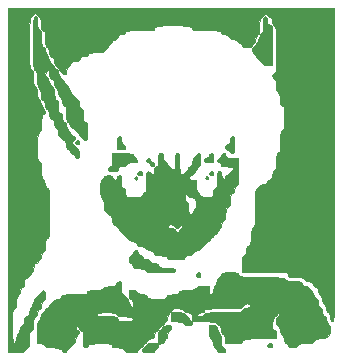
<source format=gbr>
G04 #@! TF.GenerationSoftware,KiCad,Pcbnew,(5.0.0-3-g5ebb6b6)*
G04 #@! TF.CreationDate,2018-10-06T14:24:39-07:00*
G04 #@! TF.ProjectId,Mega Amp,4D65676120416D702E6B696361645F70,v0*
G04 #@! TF.SameCoordinates,Original*
G04 #@! TF.FileFunction,Legend,Bot*
G04 #@! TF.FilePolarity,Positive*
%FSLAX46Y46*%
G04 Gerber Fmt 4.6, Leading zero omitted, Abs format (unit mm)*
G04 Created by KiCad (PCBNEW (5.0.0-3-g5ebb6b6)) date Saturday, October 06, 2018 at 02:24:39 PM*
%MOMM*%
%LPD*%
G01*
G04 APERTURE LIST*
%ADD10C,0.010000*%
G04 APERTURE END LIST*
D10*
G04 #@! TO.C,G\002A\002A\002A*
G36*
X113029346Y-85273838D02*
X112978672Y-85340356D01*
X112953776Y-85493393D01*
X112945784Y-85767455D01*
X112945334Y-85917976D01*
X112939108Y-86263580D01*
X112914439Y-86481540D01*
X112862342Y-86613279D01*
X112776000Y-86698667D01*
X112636087Y-86896763D01*
X112606667Y-87079667D01*
X112543072Y-87339465D01*
X112437334Y-87460667D01*
X112306334Y-87592859D01*
X112268000Y-87685319D01*
X112197747Y-87790692D01*
X112098667Y-87841667D01*
X111954910Y-87950831D01*
X111953736Y-88131585D01*
X112091786Y-88369644D01*
X112268000Y-88561333D01*
X112455096Y-88755439D01*
X112578092Y-88910550D01*
X112606667Y-88972323D01*
X112676656Y-89063746D01*
X112776000Y-89111667D01*
X112913293Y-89205751D01*
X112945334Y-89286705D01*
X113002285Y-89368023D01*
X113189448Y-89404296D01*
X113326334Y-89408000D01*
X113707334Y-89408000D01*
X113707334Y-86039690D01*
X113495667Y-85986565D01*
X113356509Y-85926294D01*
X113296058Y-85803049D01*
X113284000Y-85596387D01*
X113269655Y-85375464D01*
X113211741Y-85278113D01*
X113114667Y-85259333D01*
X113029346Y-85273838D01*
X113029346Y-85273838D01*
G37*
X113029346Y-85273838D02*
X112978672Y-85340356D01*
X112953776Y-85493393D01*
X112945784Y-85767455D01*
X112945334Y-85917976D01*
X112939108Y-86263580D01*
X112914439Y-86481540D01*
X112862342Y-86613279D01*
X112776000Y-86698667D01*
X112636087Y-86896763D01*
X112606667Y-87079667D01*
X112543072Y-87339465D01*
X112437334Y-87460667D01*
X112306334Y-87592859D01*
X112268000Y-87685319D01*
X112197747Y-87790692D01*
X112098667Y-87841667D01*
X111954910Y-87950831D01*
X111953736Y-88131585D01*
X112091786Y-88369644D01*
X112268000Y-88561333D01*
X112455096Y-88755439D01*
X112578092Y-88910550D01*
X112606667Y-88972323D01*
X112676656Y-89063746D01*
X112776000Y-89111667D01*
X112913293Y-89205751D01*
X112945334Y-89286705D01*
X113002285Y-89368023D01*
X113189448Y-89404296D01*
X113326334Y-89408000D01*
X113707334Y-89408000D01*
X113707334Y-86039690D01*
X113495667Y-85986565D01*
X113356509Y-85926294D01*
X113296058Y-85803049D01*
X113284000Y-85596387D01*
X113269655Y-85375464D01*
X113211741Y-85278113D01*
X113114667Y-85259333D01*
X113029346Y-85273838D01*
G36*
X97055830Y-95817868D02*
X97028000Y-95927333D01*
X97087869Y-96068837D01*
X97197334Y-96096667D01*
X97338838Y-96036798D01*
X97366667Y-95927333D01*
X97306799Y-95785829D01*
X97197334Y-95758000D01*
X97055830Y-95817868D01*
X97055830Y-95817868D01*
G37*
X97055830Y-95817868D02*
X97028000Y-95927333D01*
X97087869Y-96068837D01*
X97197334Y-96096667D01*
X97338838Y-96036798D01*
X97366667Y-95927333D01*
X97306799Y-95785829D01*
X97197334Y-95758000D01*
X97055830Y-95817868D01*
G36*
X100661693Y-95436485D02*
X100610602Y-95512887D01*
X100588546Y-95685954D01*
X100584000Y-95969667D01*
X100584000Y-96520000D01*
X100922667Y-96520000D01*
X101141331Y-96507973D01*
X101238481Y-96453150D01*
X101261298Y-96327419D01*
X101261334Y-96318208D01*
X101197507Y-96132001D01*
X101092000Y-96072134D01*
X100971650Y-95995225D01*
X100925548Y-95819113D01*
X100922667Y-95723593D01*
X100904784Y-95516042D01*
X100834459Y-95430645D01*
X100753334Y-95419333D01*
X100661693Y-95436485D01*
X100661693Y-95436485D01*
G37*
X100661693Y-95436485D02*
X100610602Y-95512887D01*
X100588546Y-95685954D01*
X100584000Y-95969667D01*
X100584000Y-96520000D01*
X100922667Y-96520000D01*
X101141331Y-96507973D01*
X101238481Y-96453150D01*
X101261298Y-96327419D01*
X101261334Y-96318208D01*
X101197507Y-96132001D01*
X101092000Y-96072134D01*
X100971650Y-95995225D01*
X100925548Y-95819113D01*
X100922667Y-95723593D01*
X100904784Y-95516042D01*
X100834459Y-95430645D01*
X100753334Y-95419333D01*
X100661693Y-95436485D01*
G36*
X110203710Y-95452696D02*
X110156715Y-95582743D01*
X110151334Y-95714053D01*
X110128820Y-95924739D01*
X110037431Y-96028142D01*
X109939667Y-96061899D01*
X109769855Y-96158494D01*
X109728000Y-96317512D01*
X109766505Y-96472029D01*
X109836310Y-96520000D01*
X109965263Y-96582526D01*
X110066667Y-96689333D01*
X110218815Y-96821580D01*
X110339358Y-96858667D01*
X110413085Y-96839941D01*
X110458162Y-96762185D01*
X110481365Y-96593027D01*
X110489469Y-96300098D01*
X110490000Y-96139000D01*
X110486849Y-95789077D01*
X110472202Y-95575336D01*
X110438268Y-95464667D01*
X110377256Y-95423961D01*
X110320667Y-95419333D01*
X110203710Y-95452696D01*
X110203710Y-95452696D01*
G37*
X110203710Y-95452696D02*
X110156715Y-95582743D01*
X110151334Y-95714053D01*
X110128820Y-95924739D01*
X110037431Y-96028142D01*
X109939667Y-96061899D01*
X109769855Y-96158494D01*
X109728000Y-96317512D01*
X109766505Y-96472029D01*
X109836310Y-96520000D01*
X109965263Y-96582526D01*
X110066667Y-96689333D01*
X110218815Y-96821580D01*
X110339358Y-96858667D01*
X110413085Y-96839941D01*
X110458162Y-96762185D01*
X110481365Y-96593027D01*
X110489469Y-96300098D01*
X110490000Y-96139000D01*
X110486849Y-95789077D01*
X110472202Y-95575336D01*
X110438268Y-95464667D01*
X110377256Y-95423961D01*
X110320667Y-95419333D01*
X110203710Y-95452696D01*
G36*
X93590303Y-85264771D02*
X93550710Y-85293785D01*
X93521104Y-85365426D01*
X93500036Y-85498746D01*
X93486055Y-85712795D01*
X93477712Y-86026623D01*
X93473557Y-86459283D01*
X93472140Y-87029825D01*
X93472000Y-87484309D01*
X93472552Y-88156529D01*
X93475173Y-88679546D01*
X93481317Y-89073490D01*
X93492436Y-89358489D01*
X93509981Y-89554673D01*
X93535407Y-89682171D01*
X93570164Y-89761112D01*
X93615705Y-89811625D01*
X93641334Y-89831333D01*
X93730220Y-89920518D01*
X93781814Y-90056676D01*
X93805487Y-90281981D01*
X93810667Y-90593333D01*
X93817314Y-90934046D01*
X93843502Y-91147906D01*
X93898604Y-91277088D01*
X93980000Y-91355333D01*
X94086709Y-91474851D01*
X94137959Y-91666508D01*
X94149334Y-91924357D01*
X94163552Y-92205806D01*
X94210618Y-92345046D01*
X94267275Y-92371333D01*
X94401670Y-92449378D01*
X94475111Y-92676303D01*
X94488000Y-92886258D01*
X94524223Y-93077479D01*
X94605942Y-93133333D01*
X94740337Y-93211378D01*
X94813778Y-93438303D01*
X94826667Y-93648258D01*
X94853610Y-93823555D01*
X94917381Y-93895333D01*
X95083087Y-93970823D01*
X95206091Y-94160796D01*
X95250000Y-94391580D01*
X95293839Y-94606007D01*
X95419334Y-94699667D01*
X95536757Y-94780816D01*
X95584287Y-94955552D01*
X95588667Y-95080667D01*
X95611372Y-95314806D01*
X95693981Y-95432882D01*
X95758000Y-95461667D01*
X95895293Y-95555751D01*
X95927334Y-95636705D01*
X95992972Y-95745341D01*
X96045275Y-95758000D01*
X96179670Y-95836044D01*
X96253111Y-96062970D01*
X96266000Y-96272925D01*
X96303262Y-96466407D01*
X96387295Y-96520000D01*
X96508019Y-96590513D01*
X96562334Y-96689333D01*
X96640917Y-96826238D01*
X96701087Y-96858667D01*
X96839847Y-96922474D01*
X96974045Y-97062232D01*
X97028000Y-97191286D01*
X97098855Y-97264967D01*
X97197334Y-97282000D01*
X97303154Y-97257071D01*
X97353193Y-97153558D01*
X97366603Y-96928370D01*
X97366667Y-96901000D01*
X97349655Y-96648779D01*
X97292345Y-96534459D01*
X97241280Y-96520000D01*
X97127805Y-96447926D01*
X97064610Y-96315670D01*
X96938106Y-96124632D01*
X96805452Y-96059167D01*
X96665219Y-96008436D01*
X96671827Y-95937599D01*
X96722075Y-95882497D01*
X96864507Y-95779730D01*
X96937286Y-95758000D01*
X97010968Y-95687145D01*
X97028000Y-95588667D01*
X96990043Y-95451128D01*
X96937286Y-95419333D01*
X96801795Y-95359762D01*
X96665067Y-95229881D01*
X96604667Y-95105405D01*
X96543333Y-95005832D01*
X96435334Y-94911333D01*
X96294495Y-94709688D01*
X96266000Y-94517348D01*
X96229215Y-94298485D01*
X96104621Y-94194298D01*
X96096667Y-94191667D01*
X95979244Y-94110517D01*
X95931714Y-93935781D01*
X95927334Y-93810667D01*
X95904629Y-93576527D01*
X95822020Y-93458451D01*
X95758000Y-93429667D01*
X95661424Y-93374357D01*
X95609967Y-93258093D01*
X95590504Y-93037772D01*
X95588667Y-92873628D01*
X95577138Y-92573807D01*
X95538373Y-92415315D01*
X95470726Y-92371333D01*
X95352431Y-92317022D01*
X95281525Y-92141297D01*
X95251818Y-91824971D01*
X95250000Y-91687075D01*
X95233186Y-91437475D01*
X95189043Y-91291362D01*
X95159286Y-91270667D01*
X94994311Y-91195540D01*
X94870452Y-91008307D01*
X94826667Y-90787405D01*
X94762216Y-90544612D01*
X94657334Y-90424000D01*
X94510747Y-90232944D01*
X94513877Y-90012279D01*
X94606777Y-89869795D01*
X94708418Y-89795654D01*
X94767592Y-89861468D01*
X94776110Y-89882767D01*
X94813754Y-90063449D01*
X94826667Y-90261591D01*
X94853610Y-90436888D01*
X94917381Y-90508667D01*
X95082357Y-90583793D01*
X95206216Y-90771026D01*
X95250000Y-90991928D01*
X95314451Y-91234721D01*
X95419334Y-91355333D01*
X95559247Y-91553429D01*
X95588667Y-91736333D01*
X95652262Y-91996131D01*
X95758000Y-92117333D01*
X95898592Y-92317969D01*
X95927334Y-92507149D01*
X95962339Y-92718857D01*
X96082560Y-92815185D01*
X96096667Y-92819199D01*
X96181185Y-92858153D01*
X96231912Y-92944610D01*
X96257240Y-93114712D01*
X96265555Y-93404603D01*
X96266000Y-93548740D01*
X96272022Y-93899499D01*
X96293692Y-94110788D01*
X96336417Y-94212162D01*
X96391387Y-94234000D01*
X96504863Y-94306073D01*
X96568058Y-94438329D01*
X96693801Y-94628952D01*
X96823671Y-94693943D01*
X96978970Y-94770469D01*
X97028000Y-94851922D01*
X97090474Y-94979561D01*
X97197334Y-95080667D01*
X97328334Y-95212859D01*
X97366667Y-95305319D01*
X97436921Y-95410692D01*
X97536000Y-95461667D01*
X97673293Y-95555751D01*
X97705334Y-95636705D01*
X97775837Y-95735044D01*
X97874667Y-95758000D01*
X97955365Y-95745183D01*
X98005398Y-95685170D01*
X98032009Y-95545616D01*
X98042439Y-95294178D01*
X98044000Y-95001705D01*
X98040451Y-94637785D01*
X98024960Y-94408396D01*
X97990268Y-94278800D01*
X97929111Y-94214261D01*
X97874667Y-94191667D01*
X97778090Y-94136357D01*
X97726634Y-94020093D01*
X97707170Y-93799772D01*
X97705334Y-93635628D01*
X97693805Y-93335807D01*
X97655039Y-93177315D01*
X97587392Y-93133333D01*
X97452997Y-93055289D01*
X97379557Y-92828363D01*
X97366667Y-92618408D01*
X97329406Y-92424926D01*
X97245373Y-92371333D01*
X97124649Y-92300820D01*
X97070334Y-92202000D01*
X96991751Y-92065095D01*
X96931581Y-92032667D01*
X96772648Y-91958337D01*
X96649418Y-91776373D01*
X96604667Y-91566410D01*
X96528329Y-91329426D01*
X96296361Y-91046291D01*
X96266000Y-91016667D01*
X96079246Y-90825113D01*
X95956244Y-90675713D01*
X95927334Y-90618662D01*
X95865980Y-90518615D01*
X95758000Y-90424000D01*
X95617409Y-90223364D01*
X95588667Y-90034184D01*
X95553662Y-89822476D01*
X95433441Y-89726148D01*
X95419334Y-89722134D01*
X95281634Y-89629489D01*
X95250000Y-89542926D01*
X95203598Y-89425307D01*
X95159286Y-89408000D01*
X94994311Y-89332874D01*
X94870452Y-89145641D01*
X94826667Y-88924738D01*
X94762216Y-88681945D01*
X94657334Y-88561333D01*
X94516495Y-88359688D01*
X94488000Y-88167348D01*
X94451215Y-87948485D01*
X94326621Y-87844298D01*
X94318667Y-87841667D01*
X94232266Y-87795823D01*
X94181275Y-87701212D01*
X94156684Y-87520227D01*
X94149481Y-87215263D01*
X94149334Y-87134985D01*
X94142984Y-86790874D01*
X94117867Y-86574169D01*
X94064882Y-86443223D01*
X93980000Y-86360000D01*
X93878465Y-86250102D01*
X93826620Y-86076260D01*
X93810796Y-85789127D01*
X93810667Y-85748642D01*
X93804011Y-85471302D01*
X93774967Y-85323734D01*
X93709923Y-85266603D01*
X93641334Y-85259333D01*
X93590303Y-85264771D01*
X93590303Y-85264771D01*
G37*
X93590303Y-85264771D02*
X93550710Y-85293785D01*
X93521104Y-85365426D01*
X93500036Y-85498746D01*
X93486055Y-85712795D01*
X93477712Y-86026623D01*
X93473557Y-86459283D01*
X93472140Y-87029825D01*
X93472000Y-87484309D01*
X93472552Y-88156529D01*
X93475173Y-88679546D01*
X93481317Y-89073490D01*
X93492436Y-89358489D01*
X93509981Y-89554673D01*
X93535407Y-89682171D01*
X93570164Y-89761112D01*
X93615705Y-89811625D01*
X93641334Y-89831333D01*
X93730220Y-89920518D01*
X93781814Y-90056676D01*
X93805487Y-90281981D01*
X93810667Y-90593333D01*
X93817314Y-90934046D01*
X93843502Y-91147906D01*
X93898604Y-91277088D01*
X93980000Y-91355333D01*
X94086709Y-91474851D01*
X94137959Y-91666508D01*
X94149334Y-91924357D01*
X94163552Y-92205806D01*
X94210618Y-92345046D01*
X94267275Y-92371333D01*
X94401670Y-92449378D01*
X94475111Y-92676303D01*
X94488000Y-92886258D01*
X94524223Y-93077479D01*
X94605942Y-93133333D01*
X94740337Y-93211378D01*
X94813778Y-93438303D01*
X94826667Y-93648258D01*
X94853610Y-93823555D01*
X94917381Y-93895333D01*
X95083087Y-93970823D01*
X95206091Y-94160796D01*
X95250000Y-94391580D01*
X95293839Y-94606007D01*
X95419334Y-94699667D01*
X95536757Y-94780816D01*
X95584287Y-94955552D01*
X95588667Y-95080667D01*
X95611372Y-95314806D01*
X95693981Y-95432882D01*
X95758000Y-95461667D01*
X95895293Y-95555751D01*
X95927334Y-95636705D01*
X95992972Y-95745341D01*
X96045275Y-95758000D01*
X96179670Y-95836044D01*
X96253111Y-96062970D01*
X96266000Y-96272925D01*
X96303262Y-96466407D01*
X96387295Y-96520000D01*
X96508019Y-96590513D01*
X96562334Y-96689333D01*
X96640917Y-96826238D01*
X96701087Y-96858667D01*
X96839847Y-96922474D01*
X96974045Y-97062232D01*
X97028000Y-97191286D01*
X97098855Y-97264967D01*
X97197334Y-97282000D01*
X97303154Y-97257071D01*
X97353193Y-97153558D01*
X97366603Y-96928370D01*
X97366667Y-96901000D01*
X97349655Y-96648779D01*
X97292345Y-96534459D01*
X97241280Y-96520000D01*
X97127805Y-96447926D01*
X97064610Y-96315670D01*
X96938106Y-96124632D01*
X96805452Y-96059167D01*
X96665219Y-96008436D01*
X96671827Y-95937599D01*
X96722075Y-95882497D01*
X96864507Y-95779730D01*
X96937286Y-95758000D01*
X97010968Y-95687145D01*
X97028000Y-95588667D01*
X96990043Y-95451128D01*
X96937286Y-95419333D01*
X96801795Y-95359762D01*
X96665067Y-95229881D01*
X96604667Y-95105405D01*
X96543333Y-95005832D01*
X96435334Y-94911333D01*
X96294495Y-94709688D01*
X96266000Y-94517348D01*
X96229215Y-94298485D01*
X96104621Y-94194298D01*
X96096667Y-94191667D01*
X95979244Y-94110517D01*
X95931714Y-93935781D01*
X95927334Y-93810667D01*
X95904629Y-93576527D01*
X95822020Y-93458451D01*
X95758000Y-93429667D01*
X95661424Y-93374357D01*
X95609967Y-93258093D01*
X95590504Y-93037772D01*
X95588667Y-92873628D01*
X95577138Y-92573807D01*
X95538373Y-92415315D01*
X95470726Y-92371333D01*
X95352431Y-92317022D01*
X95281525Y-92141297D01*
X95251818Y-91824971D01*
X95250000Y-91687075D01*
X95233186Y-91437475D01*
X95189043Y-91291362D01*
X95159286Y-91270667D01*
X94994311Y-91195540D01*
X94870452Y-91008307D01*
X94826667Y-90787405D01*
X94762216Y-90544612D01*
X94657334Y-90424000D01*
X94510747Y-90232944D01*
X94513877Y-90012279D01*
X94606777Y-89869795D01*
X94708418Y-89795654D01*
X94767592Y-89861468D01*
X94776110Y-89882767D01*
X94813754Y-90063449D01*
X94826667Y-90261591D01*
X94853610Y-90436888D01*
X94917381Y-90508667D01*
X95082357Y-90583793D01*
X95206216Y-90771026D01*
X95250000Y-90991928D01*
X95314451Y-91234721D01*
X95419334Y-91355333D01*
X95559247Y-91553429D01*
X95588667Y-91736333D01*
X95652262Y-91996131D01*
X95758000Y-92117333D01*
X95898592Y-92317969D01*
X95927334Y-92507149D01*
X95962339Y-92718857D01*
X96082560Y-92815185D01*
X96096667Y-92819199D01*
X96181185Y-92858153D01*
X96231912Y-92944610D01*
X96257240Y-93114712D01*
X96265555Y-93404603D01*
X96266000Y-93548740D01*
X96272022Y-93899499D01*
X96293692Y-94110788D01*
X96336417Y-94212162D01*
X96391387Y-94234000D01*
X96504863Y-94306073D01*
X96568058Y-94438329D01*
X96693801Y-94628952D01*
X96823671Y-94693943D01*
X96978970Y-94770469D01*
X97028000Y-94851922D01*
X97090474Y-94979561D01*
X97197334Y-95080667D01*
X97328334Y-95212859D01*
X97366667Y-95305319D01*
X97436921Y-95410692D01*
X97536000Y-95461667D01*
X97673293Y-95555751D01*
X97705334Y-95636705D01*
X97775837Y-95735044D01*
X97874667Y-95758000D01*
X97955365Y-95745183D01*
X98005398Y-95685170D01*
X98032009Y-95545616D01*
X98042439Y-95294178D01*
X98044000Y-95001705D01*
X98040451Y-94637785D01*
X98024960Y-94408396D01*
X97990268Y-94278800D01*
X97929111Y-94214261D01*
X97874667Y-94191667D01*
X97778090Y-94136357D01*
X97726634Y-94020093D01*
X97707170Y-93799772D01*
X97705334Y-93635628D01*
X97693805Y-93335807D01*
X97655039Y-93177315D01*
X97587392Y-93133333D01*
X97452997Y-93055289D01*
X97379557Y-92828363D01*
X97366667Y-92618408D01*
X97329406Y-92424926D01*
X97245373Y-92371333D01*
X97124649Y-92300820D01*
X97070334Y-92202000D01*
X96991751Y-92065095D01*
X96931581Y-92032667D01*
X96772648Y-91958337D01*
X96649418Y-91776373D01*
X96604667Y-91566410D01*
X96528329Y-91329426D01*
X96296361Y-91046291D01*
X96266000Y-91016667D01*
X96079246Y-90825113D01*
X95956244Y-90675713D01*
X95927334Y-90618662D01*
X95865980Y-90518615D01*
X95758000Y-90424000D01*
X95617409Y-90223364D01*
X95588667Y-90034184D01*
X95553662Y-89822476D01*
X95433441Y-89726148D01*
X95419334Y-89722134D01*
X95281634Y-89629489D01*
X95250000Y-89542926D01*
X95203598Y-89425307D01*
X95159286Y-89408000D01*
X94994311Y-89332874D01*
X94870452Y-89145641D01*
X94826667Y-88924738D01*
X94762216Y-88681945D01*
X94657334Y-88561333D01*
X94516495Y-88359688D01*
X94488000Y-88167348D01*
X94451215Y-87948485D01*
X94326621Y-87844298D01*
X94318667Y-87841667D01*
X94232266Y-87795823D01*
X94181275Y-87701212D01*
X94156684Y-87520227D01*
X94149481Y-87215263D01*
X94149334Y-87134985D01*
X94142984Y-86790874D01*
X94117867Y-86574169D01*
X94064882Y-86443223D01*
X93980000Y-86360000D01*
X93878465Y-86250102D01*
X93826620Y-86076260D01*
X93810796Y-85789127D01*
X93810667Y-85748642D01*
X93804011Y-85471302D01*
X93774967Y-85323734D01*
X93709923Y-85266603D01*
X93641334Y-85259333D01*
X93590303Y-85264771D01*
G36*
X108405128Y-96896624D02*
X108373334Y-96949381D01*
X108318934Y-97079426D01*
X108252381Y-97161047D01*
X108110721Y-97261908D01*
X108040715Y-97282000D01*
X107967033Y-97352854D01*
X107950000Y-97451333D01*
X107974929Y-97557153D01*
X108078442Y-97607192D01*
X108303630Y-97620602D01*
X108331000Y-97620667D01*
X108712000Y-97620667D01*
X108712000Y-97239667D01*
X108700921Y-97001572D01*
X108654915Y-96888984D01*
X108554832Y-96858812D01*
X108542667Y-96858667D01*
X108405128Y-96896624D01*
X108405128Y-96896624D01*
G37*
X108405128Y-96896624D02*
X108373334Y-96949381D01*
X108318934Y-97079426D01*
X108252381Y-97161047D01*
X108110721Y-97261908D01*
X108040715Y-97282000D01*
X107967033Y-97352854D01*
X107950000Y-97451333D01*
X107974929Y-97557153D01*
X108078442Y-97607192D01*
X108303630Y-97620602D01*
X108331000Y-97620667D01*
X108712000Y-97620667D01*
X108712000Y-97239667D01*
X108700921Y-97001572D01*
X108654915Y-96888984D01*
X108554832Y-96858812D01*
X108542667Y-96858667D01*
X108405128Y-96896624D01*
G36*
X103067163Y-97341868D02*
X103039334Y-97451333D01*
X103099202Y-97592837D01*
X103208667Y-97620667D01*
X103350171Y-97680535D01*
X103378000Y-97790000D01*
X103437869Y-97931504D01*
X103547334Y-97959333D01*
X103688838Y-97899465D01*
X103716667Y-97790000D01*
X103656799Y-97648496D01*
X103547334Y-97620667D01*
X103405830Y-97560798D01*
X103378000Y-97451333D01*
X103318132Y-97309829D01*
X103208667Y-97282000D01*
X103067163Y-97341868D01*
X103067163Y-97341868D01*
G37*
X103067163Y-97341868D02*
X103039334Y-97451333D01*
X103099202Y-97592837D01*
X103208667Y-97620667D01*
X103350171Y-97680535D01*
X103378000Y-97790000D01*
X103437869Y-97931504D01*
X103547334Y-97959333D01*
X103688838Y-97899465D01*
X103716667Y-97790000D01*
X103656799Y-97648496D01*
X103547334Y-97620667D01*
X103405830Y-97560798D01*
X103378000Y-97451333D01*
X103318132Y-97309829D01*
X103208667Y-97282000D01*
X103067163Y-97341868D01*
G36*
X100160667Y-97374593D02*
X100153186Y-97666462D01*
X100122320Y-97831144D01*
X100055432Y-97910442D01*
X99991334Y-97934801D01*
X99849084Y-98048061D01*
X99822000Y-98180875D01*
X99839911Y-98306741D01*
X99923998Y-98365621D01*
X100119794Y-98382225D01*
X100193822Y-98382667D01*
X100431728Y-98370242D01*
X100553936Y-98315413D01*
X100613318Y-98191843D01*
X100618768Y-98171000D01*
X100691679Y-98019528D01*
X100843747Y-97963576D01*
X100947923Y-97959333D01*
X101222432Y-97897452D01*
X101346000Y-97790000D01*
X101478609Y-97676807D01*
X101694387Y-97627079D01*
X101872691Y-97620667D01*
X102122917Y-97609317D01*
X102244528Y-97565393D01*
X102277307Y-97474085D01*
X102277334Y-97470024D01*
X102213453Y-97306332D01*
X102108000Y-97197333D01*
X101976849Y-97062812D01*
X101938667Y-96966976D01*
X101892454Y-96915442D01*
X101739744Y-96881928D01*
X101459431Y-96863862D01*
X101049667Y-96858667D01*
X100160667Y-96858667D01*
X100160667Y-97374593D01*
X100160667Y-97374593D01*
G37*
X100160667Y-97374593D02*
X100153186Y-97666462D01*
X100122320Y-97831144D01*
X100055432Y-97910442D01*
X99991334Y-97934801D01*
X99849084Y-98048061D01*
X99822000Y-98180875D01*
X99839911Y-98306741D01*
X99923998Y-98365621D01*
X100119794Y-98382225D01*
X100193822Y-98382667D01*
X100431728Y-98370242D01*
X100553936Y-98315413D01*
X100613318Y-98191843D01*
X100618768Y-98171000D01*
X100691679Y-98019528D01*
X100843747Y-97963576D01*
X100947923Y-97959333D01*
X101222432Y-97897452D01*
X101346000Y-97790000D01*
X101478609Y-97676807D01*
X101694387Y-97627079D01*
X101872691Y-97620667D01*
X102122917Y-97609317D01*
X102244528Y-97565393D01*
X102277307Y-97474085D01*
X102277334Y-97470024D01*
X102213453Y-97306332D01*
X102108000Y-97197333D01*
X101976849Y-97062812D01*
X101938667Y-96966976D01*
X101892454Y-96915442D01*
X101739744Y-96881928D01*
X101459431Y-96863862D01*
X101049667Y-96858667D01*
X100160667Y-96858667D01*
X100160667Y-97374593D01*
G36*
X102323019Y-98422353D02*
X102277334Y-98552000D01*
X102326943Y-98684785D01*
X102489000Y-98721333D01*
X102654982Y-98681646D01*
X102700667Y-98552000D01*
X102651058Y-98419215D01*
X102489000Y-98382667D01*
X102323019Y-98422353D01*
X102323019Y-98422353D01*
G37*
X102323019Y-98422353D02*
X102277334Y-98552000D01*
X102326943Y-98684785D01*
X102489000Y-98721333D01*
X102654982Y-98681646D01*
X102700667Y-98552000D01*
X102651058Y-98419215D01*
X102489000Y-98382667D01*
X102323019Y-98422353D01*
G36*
X108401163Y-98442535D02*
X108373334Y-98552000D01*
X108433202Y-98693504D01*
X108542667Y-98721333D01*
X108684171Y-98661465D01*
X108712000Y-98552000D01*
X108652132Y-98410496D01*
X108542667Y-98382667D01*
X108401163Y-98442535D01*
X108401163Y-98442535D01*
G37*
X108401163Y-98442535D02*
X108373334Y-98552000D01*
X108433202Y-98693504D01*
X108542667Y-98721333D01*
X108684171Y-98661465D01*
X108712000Y-98552000D01*
X108652132Y-98410496D01*
X108542667Y-98382667D01*
X108401163Y-98442535D01*
G36*
X102058394Y-98839254D02*
X102057998Y-98839680D01*
X102015112Y-98960671D01*
X102071554Y-99038206D01*
X102171452Y-99091335D01*
X102219556Y-99027384D01*
X102231189Y-98876814D01*
X102163485Y-98797858D01*
X102058394Y-98839254D01*
X102058394Y-98839254D01*
G37*
X102058394Y-98839254D02*
X102057998Y-98839680D01*
X102015112Y-98960671D01*
X102071554Y-99038206D01*
X102171452Y-99091335D01*
X102219556Y-99027384D01*
X102231189Y-98876814D01*
X102163485Y-98797858D01*
X102058394Y-98839254D01*
G36*
X108066187Y-98843808D02*
X108026407Y-98965754D01*
X108072475Y-99028480D01*
X108194422Y-99068260D01*
X108257147Y-99022192D01*
X108296927Y-98900245D01*
X108250859Y-98837520D01*
X108128913Y-98797740D01*
X108066187Y-98843808D01*
X108066187Y-98843808D01*
G37*
X108066187Y-98843808D02*
X108026407Y-98965754D01*
X108072475Y-99028480D01*
X108194422Y-99068260D01*
X108257147Y-99022192D01*
X108296927Y-98900245D01*
X108250859Y-98837520D01*
X108128913Y-98797740D01*
X108066187Y-98843808D01*
G36*
X109556512Y-96861015D02*
X109429361Y-96941911D01*
X109354566Y-97070333D01*
X109271879Y-97229265D01*
X109176054Y-97282000D01*
X109074427Y-97352449D01*
X109050667Y-97451333D01*
X109101169Y-97588619D01*
X109171962Y-97620667D01*
X109292685Y-97691180D01*
X109347000Y-97790000D01*
X109410796Y-97894327D01*
X109546589Y-97945213D01*
X109801047Y-97959295D01*
X109821946Y-97959333D01*
X110163890Y-97981879D01*
X110346569Y-98053537D01*
X110374480Y-98180334D01*
X110252119Y-98368299D01*
X110182112Y-98442200D01*
X110000350Y-98608452D01*
X109861192Y-98708359D01*
X109824668Y-98721333D01*
X109748343Y-98793202D01*
X109692343Y-98936545D01*
X109641124Y-99081082D01*
X109571994Y-99079620D01*
X109513831Y-99027259D01*
X109423544Y-98855516D01*
X109389334Y-98642714D01*
X109364077Y-98454102D01*
X109269342Y-98386093D01*
X109220000Y-98382667D01*
X109135344Y-98396916D01*
X109084746Y-98462462D01*
X109059583Y-98613500D01*
X109051235Y-98884227D01*
X109050667Y-99054294D01*
X109046158Y-99394376D01*
X109026864Y-99602276D01*
X108984141Y-99715033D01*
X108909340Y-99769687D01*
X108881334Y-99779667D01*
X108763312Y-99861707D01*
X108716033Y-100038372D01*
X108712000Y-100157314D01*
X108686343Y-100390178D01*
X108586311Y-100520771D01*
X108377312Y-100575912D01*
X108161667Y-100584000D01*
X107836442Y-100554935D01*
X107650853Y-100471082D01*
X107611334Y-100381966D01*
X107549103Y-100260383D01*
X107442000Y-100160667D01*
X107335292Y-100041149D01*
X107284042Y-99849492D01*
X107272667Y-99591642D01*
X107272667Y-99144667D01*
X106985392Y-99144667D01*
X106741565Y-99100295D01*
X106639434Y-98970876D01*
X106657195Y-98827167D01*
X106742958Y-98728814D01*
X106775571Y-98721333D01*
X106888636Y-98663938D01*
X107046953Y-98528994D01*
X107193318Y-98372366D01*
X107270528Y-98249918D01*
X107272667Y-98235873D01*
X107333928Y-98138068D01*
X107442000Y-98044000D01*
X107539261Y-97941530D01*
X107591267Y-97781366D01*
X107610237Y-97516332D01*
X107611334Y-97390309D01*
X107605686Y-97098643D01*
X107580677Y-96938173D01*
X107524210Y-96870917D01*
X107442000Y-96858667D01*
X107304599Y-96903865D01*
X107272667Y-96966976D01*
X107210141Y-97095929D01*
X107103334Y-97197333D01*
X106962495Y-97398979D01*
X106934000Y-97591319D01*
X106897215Y-97810182D01*
X106772621Y-97914368D01*
X106764667Y-97917000D01*
X106627801Y-97994211D01*
X106595334Y-98052528D01*
X106539982Y-98156618D01*
X106399910Y-98325955D01*
X106316201Y-98413444D01*
X106131776Y-98573390D01*
X105999281Y-98619380D01*
X105911021Y-98539511D01*
X105859300Y-98321879D01*
X105836421Y-97954581D01*
X105833334Y-97666573D01*
X105830798Y-97291754D01*
X105818810Y-97054899D01*
X105790802Y-96924664D01*
X105740202Y-96869704D01*
X105664000Y-96858667D01*
X105579631Y-96872807D01*
X105529067Y-96937938D01*
X105503792Y-97088120D01*
X105495290Y-97357416D01*
X105494667Y-97536000D01*
X105491132Y-97873476D01*
X105474849Y-98075734D01*
X105437304Y-98176835D01*
X105369980Y-98210841D01*
X105325334Y-98213333D01*
X105188009Y-98164530D01*
X105156000Y-98096208D01*
X105085065Y-97982484D01*
X104986667Y-97934801D01*
X104848967Y-97842156D01*
X104817334Y-97755593D01*
X104757406Y-97638234D01*
X104699392Y-97620667D01*
X104564997Y-97542622D01*
X104491557Y-97315697D01*
X104478667Y-97105742D01*
X104454343Y-96927427D01*
X104352052Y-96863665D01*
X104267000Y-96858667D01*
X104150380Y-96869200D01*
X104087026Y-96927114D01*
X104060746Y-97071874D01*
X104055349Y-97342950D01*
X104055334Y-97374593D01*
X104047853Y-97666462D01*
X104016987Y-97831144D01*
X103950099Y-97910442D01*
X103886000Y-97934801D01*
X103756743Y-98025597D01*
X103715521Y-98230439D01*
X103715371Y-98244375D01*
X103689371Y-98514159D01*
X103620180Y-98640424D01*
X103516054Y-98613236D01*
X103461310Y-98550117D01*
X103309190Y-98418783D01*
X103189976Y-98382667D01*
X103120393Y-98399604D01*
X103076076Y-98470684D01*
X103051497Y-98626307D01*
X103041123Y-98896872D01*
X103039334Y-99210642D01*
X103035554Y-99599894D01*
X103019947Y-99855801D01*
X102986114Y-100014264D01*
X102927657Y-100111182D01*
X102870000Y-100160667D01*
X102739091Y-100291496D01*
X102700667Y-100381966D01*
X102641583Y-100489424D01*
X102453574Y-100554712D01*
X102120505Y-100582362D01*
X101981000Y-100584000D01*
X101629805Y-100573763D01*
X101414928Y-100530362D01*
X101303947Y-100434761D01*
X101264437Y-100267924D01*
X101261334Y-100161483D01*
X101238987Y-99933709D01*
X101156959Y-99822806D01*
X101092000Y-99797468D01*
X100996848Y-99749792D01*
X100945446Y-99642307D01*
X100925161Y-99433207D01*
X100922667Y-99237260D01*
X100916675Y-98950853D01*
X100890280Y-98795128D01*
X100830856Y-98731613D01*
X100753334Y-98721333D01*
X100615795Y-98759291D01*
X100584000Y-98812047D01*
X100529744Y-98944850D01*
X100475758Y-99011004D01*
X100362851Y-99076127D01*
X100264092Y-99008530D01*
X100174208Y-98867584D01*
X100160667Y-98809573D01*
X100085564Y-98754320D01*
X99897946Y-98723585D01*
X99822000Y-98721333D01*
X99578828Y-98746778D01*
X99484104Y-98820132D01*
X99483334Y-98829642D01*
X99420808Y-98958596D01*
X99314000Y-99060000D01*
X99227721Y-99145365D01*
X99176432Y-99274780D01*
X99151602Y-99488767D01*
X99144700Y-99827845D01*
X99144667Y-99864333D01*
X99150420Y-100216120D01*
X99173364Y-100439315D01*
X99222031Y-100574438D01*
X99304951Y-100662010D01*
X99314000Y-100668667D01*
X99416173Y-100779712D01*
X99467971Y-100955677D01*
X99483271Y-101246196D01*
X99483334Y-101274319D01*
X99492368Y-101557558D01*
X99528694Y-101715906D01*
X99606147Y-101793268D01*
X99652667Y-101811667D01*
X99789960Y-101905751D01*
X99822000Y-101986705D01*
X99887638Y-102095341D01*
X99939942Y-102108000D01*
X100074337Y-102186044D01*
X100147778Y-102412970D01*
X100160667Y-102622925D01*
X100186657Y-102798237D01*
X100248156Y-102870000D01*
X100359139Y-102927839D01*
X100529315Y-103070119D01*
X100711431Y-103249987D01*
X100858233Y-103420590D01*
X100922469Y-103535073D01*
X100922667Y-103538805D01*
X100992592Y-103627101D01*
X101092000Y-103674333D01*
X101228879Y-103751981D01*
X101261334Y-103810887D01*
X101332674Y-103968310D01*
X101508193Y-104132406D01*
X101730139Y-104260329D01*
X101933206Y-104309333D01*
X102130790Y-104341940D01*
X102226612Y-104466904D01*
X102242566Y-104521000D01*
X102317578Y-104674312D01*
X102474253Y-104729340D01*
X102564155Y-104732667D01*
X102832332Y-104795393D01*
X102954667Y-104902000D01*
X103157195Y-105043040D01*
X103352745Y-105071333D01*
X103556992Y-105098090D01*
X103656521Y-105203931D01*
X103681899Y-105283000D01*
X103733308Y-105411830D01*
X103835867Y-105474394D01*
X104039826Y-105493796D01*
X104142254Y-105494667D01*
X104506920Y-105512821D01*
X104724324Y-105571329D01*
X104813030Y-105676262D01*
X104817334Y-105715392D01*
X104856299Y-105775734D01*
X104991083Y-105812463D01*
X105248521Y-105830037D01*
X105527126Y-105833333D01*
X105877262Y-105829452D01*
X106093621Y-105812496D01*
X106211682Y-105774498D01*
X106266922Y-105707492D01*
X106281199Y-105664000D01*
X106358109Y-105543649D01*
X106534220Y-105497548D01*
X106629741Y-105494667D01*
X106828711Y-105472440D01*
X106930536Y-105417607D01*
X106934000Y-105403952D01*
X107006470Y-105244151D01*
X107178191Y-105115611D01*
X107355135Y-105071333D01*
X107510382Y-105019408D01*
X107700886Y-104894960D01*
X107866898Y-104744981D01*
X107948672Y-104616463D01*
X107950000Y-104603467D01*
X108011486Y-104493023D01*
X108144147Y-104371787D01*
X108270291Y-104309662D01*
X108276914Y-104309333D01*
X108367854Y-104239354D01*
X108415667Y-104140000D01*
X108509751Y-104002707D01*
X108590706Y-103970667D01*
X108699303Y-103903240D01*
X108712000Y-103849372D01*
X108782514Y-103728648D01*
X108881334Y-103674333D01*
X109018439Y-103588249D01*
X109050667Y-103517985D01*
X109113007Y-103393677D01*
X109220000Y-103293333D01*
X109359914Y-103095237D01*
X109370989Y-103026378D01*
X106087334Y-103026378D01*
X106041361Y-103170599D01*
X105969512Y-103208667D01*
X105863486Y-103280931D01*
X105797676Y-103423878D01*
X105746457Y-103568415D01*
X105677327Y-103566953D01*
X105619164Y-103514592D01*
X105516397Y-103372160D01*
X105494667Y-103299381D01*
X105420259Y-103239429D01*
X105237288Y-103209453D01*
X105198334Y-103208667D01*
X104994095Y-103189725D01*
X104911687Y-103115778D01*
X104902000Y-103039333D01*
X104956631Y-102902352D01*
X105094976Y-102870000D01*
X105293840Y-102935180D01*
X105410000Y-103039333D01*
X105580827Y-103187672D01*
X105763671Y-103168806D01*
X105929236Y-103026378D01*
X106087334Y-102844090D01*
X106087334Y-103026378D01*
X109370989Y-103026378D01*
X109389334Y-102912333D01*
X109452929Y-102652535D01*
X109558667Y-102531333D01*
X109670831Y-102400880D01*
X109720868Y-102189050D01*
X109728000Y-101998595D01*
X109767524Y-101659829D01*
X109877926Y-101434418D01*
X110046958Y-101346395D01*
X110060620Y-101346000D01*
X110114995Y-101268816D01*
X110130042Y-101173024D01*
X107272667Y-101173024D01*
X107242297Y-101439133D01*
X107126418Y-101655657D01*
X106997500Y-101799927D01*
X106813686Y-101962471D01*
X106694488Y-101994790D01*
X106627320Y-101885955D01*
X106599599Y-101625039D01*
X106596630Y-101451833D01*
X106582139Y-101173885D01*
X106535653Y-101035796D01*
X106474039Y-101007333D01*
X106350966Y-100933600D01*
X106281352Y-100748192D01*
X106282196Y-100504794D01*
X106295128Y-100442284D01*
X106348879Y-100228124D01*
X106503204Y-100406062D01*
X106683954Y-100540237D01*
X106844146Y-100584000D01*
X107084491Y-100653939D01*
X107228355Y-100860730D01*
X107272667Y-101173024D01*
X110130042Y-101173024D01*
X110146825Y-101066185D01*
X110151334Y-100929591D01*
X110168853Y-100562873D01*
X110225538Y-100343061D01*
X110327577Y-100250967D01*
X110372059Y-100245333D01*
X110462532Y-100167719D01*
X110490000Y-99967691D01*
X110551687Y-99691864D01*
X110659334Y-99568000D01*
X110729588Y-99503421D01*
X110777300Y-99408945D01*
X110806756Y-99254094D01*
X110822244Y-99008390D01*
X110828048Y-98641356D01*
X110828667Y-98363976D01*
X110828667Y-97282000D01*
X110399286Y-97282000D01*
X110048767Y-97243545D01*
X109818525Y-97134782D01*
X109728542Y-96965611D01*
X109728000Y-96949381D01*
X109675438Y-96857228D01*
X109556512Y-96861015D01*
X109556512Y-96861015D01*
G37*
X109556512Y-96861015D02*
X109429361Y-96941911D01*
X109354566Y-97070333D01*
X109271879Y-97229265D01*
X109176054Y-97282000D01*
X109074427Y-97352449D01*
X109050667Y-97451333D01*
X109101169Y-97588619D01*
X109171962Y-97620667D01*
X109292685Y-97691180D01*
X109347000Y-97790000D01*
X109410796Y-97894327D01*
X109546589Y-97945213D01*
X109801047Y-97959295D01*
X109821946Y-97959333D01*
X110163890Y-97981879D01*
X110346569Y-98053537D01*
X110374480Y-98180334D01*
X110252119Y-98368299D01*
X110182112Y-98442200D01*
X110000350Y-98608452D01*
X109861192Y-98708359D01*
X109824668Y-98721333D01*
X109748343Y-98793202D01*
X109692343Y-98936545D01*
X109641124Y-99081082D01*
X109571994Y-99079620D01*
X109513831Y-99027259D01*
X109423544Y-98855516D01*
X109389334Y-98642714D01*
X109364077Y-98454102D01*
X109269342Y-98386093D01*
X109220000Y-98382667D01*
X109135344Y-98396916D01*
X109084746Y-98462462D01*
X109059583Y-98613500D01*
X109051235Y-98884227D01*
X109050667Y-99054294D01*
X109046158Y-99394376D01*
X109026864Y-99602276D01*
X108984141Y-99715033D01*
X108909340Y-99769687D01*
X108881334Y-99779667D01*
X108763312Y-99861707D01*
X108716033Y-100038372D01*
X108712000Y-100157314D01*
X108686343Y-100390178D01*
X108586311Y-100520771D01*
X108377312Y-100575912D01*
X108161667Y-100584000D01*
X107836442Y-100554935D01*
X107650853Y-100471082D01*
X107611334Y-100381966D01*
X107549103Y-100260383D01*
X107442000Y-100160667D01*
X107335292Y-100041149D01*
X107284042Y-99849492D01*
X107272667Y-99591642D01*
X107272667Y-99144667D01*
X106985392Y-99144667D01*
X106741565Y-99100295D01*
X106639434Y-98970876D01*
X106657195Y-98827167D01*
X106742958Y-98728814D01*
X106775571Y-98721333D01*
X106888636Y-98663938D01*
X107046953Y-98528994D01*
X107193318Y-98372366D01*
X107270528Y-98249918D01*
X107272667Y-98235873D01*
X107333928Y-98138068D01*
X107442000Y-98044000D01*
X107539261Y-97941530D01*
X107591267Y-97781366D01*
X107610237Y-97516332D01*
X107611334Y-97390309D01*
X107605686Y-97098643D01*
X107580677Y-96938173D01*
X107524210Y-96870917D01*
X107442000Y-96858667D01*
X107304599Y-96903865D01*
X107272667Y-96966976D01*
X107210141Y-97095929D01*
X107103334Y-97197333D01*
X106962495Y-97398979D01*
X106934000Y-97591319D01*
X106897215Y-97810182D01*
X106772621Y-97914368D01*
X106764667Y-97917000D01*
X106627801Y-97994211D01*
X106595334Y-98052528D01*
X106539982Y-98156618D01*
X106399910Y-98325955D01*
X106316201Y-98413444D01*
X106131776Y-98573390D01*
X105999281Y-98619380D01*
X105911021Y-98539511D01*
X105859300Y-98321879D01*
X105836421Y-97954581D01*
X105833334Y-97666573D01*
X105830798Y-97291754D01*
X105818810Y-97054899D01*
X105790802Y-96924664D01*
X105740202Y-96869704D01*
X105664000Y-96858667D01*
X105579631Y-96872807D01*
X105529067Y-96937938D01*
X105503792Y-97088120D01*
X105495290Y-97357416D01*
X105494667Y-97536000D01*
X105491132Y-97873476D01*
X105474849Y-98075734D01*
X105437304Y-98176835D01*
X105369980Y-98210841D01*
X105325334Y-98213333D01*
X105188009Y-98164530D01*
X105156000Y-98096208D01*
X105085065Y-97982484D01*
X104986667Y-97934801D01*
X104848967Y-97842156D01*
X104817334Y-97755593D01*
X104757406Y-97638234D01*
X104699392Y-97620667D01*
X104564997Y-97542622D01*
X104491557Y-97315697D01*
X104478667Y-97105742D01*
X104454343Y-96927427D01*
X104352052Y-96863665D01*
X104267000Y-96858667D01*
X104150380Y-96869200D01*
X104087026Y-96927114D01*
X104060746Y-97071874D01*
X104055349Y-97342950D01*
X104055334Y-97374593D01*
X104047853Y-97666462D01*
X104016987Y-97831144D01*
X103950099Y-97910442D01*
X103886000Y-97934801D01*
X103756743Y-98025597D01*
X103715521Y-98230439D01*
X103715371Y-98244375D01*
X103689371Y-98514159D01*
X103620180Y-98640424D01*
X103516054Y-98613236D01*
X103461310Y-98550117D01*
X103309190Y-98418783D01*
X103189976Y-98382667D01*
X103120393Y-98399604D01*
X103076076Y-98470684D01*
X103051497Y-98626307D01*
X103041123Y-98896872D01*
X103039334Y-99210642D01*
X103035554Y-99599894D01*
X103019947Y-99855801D01*
X102986114Y-100014264D01*
X102927657Y-100111182D01*
X102870000Y-100160667D01*
X102739091Y-100291496D01*
X102700667Y-100381966D01*
X102641583Y-100489424D01*
X102453574Y-100554712D01*
X102120505Y-100582362D01*
X101981000Y-100584000D01*
X101629805Y-100573763D01*
X101414928Y-100530362D01*
X101303947Y-100434761D01*
X101264437Y-100267924D01*
X101261334Y-100161483D01*
X101238987Y-99933709D01*
X101156959Y-99822806D01*
X101092000Y-99797468D01*
X100996848Y-99749792D01*
X100945446Y-99642307D01*
X100925161Y-99433207D01*
X100922667Y-99237260D01*
X100916675Y-98950853D01*
X100890280Y-98795128D01*
X100830856Y-98731613D01*
X100753334Y-98721333D01*
X100615795Y-98759291D01*
X100584000Y-98812047D01*
X100529744Y-98944850D01*
X100475758Y-99011004D01*
X100362851Y-99076127D01*
X100264092Y-99008530D01*
X100174208Y-98867584D01*
X100160667Y-98809573D01*
X100085564Y-98754320D01*
X99897946Y-98723585D01*
X99822000Y-98721333D01*
X99578828Y-98746778D01*
X99484104Y-98820132D01*
X99483334Y-98829642D01*
X99420808Y-98958596D01*
X99314000Y-99060000D01*
X99227721Y-99145365D01*
X99176432Y-99274780D01*
X99151602Y-99488767D01*
X99144700Y-99827845D01*
X99144667Y-99864333D01*
X99150420Y-100216120D01*
X99173364Y-100439315D01*
X99222031Y-100574438D01*
X99304951Y-100662010D01*
X99314000Y-100668667D01*
X99416173Y-100779712D01*
X99467971Y-100955677D01*
X99483271Y-101246196D01*
X99483334Y-101274319D01*
X99492368Y-101557558D01*
X99528694Y-101715906D01*
X99606147Y-101793268D01*
X99652667Y-101811667D01*
X99789960Y-101905751D01*
X99822000Y-101986705D01*
X99887638Y-102095341D01*
X99939942Y-102108000D01*
X100074337Y-102186044D01*
X100147778Y-102412970D01*
X100160667Y-102622925D01*
X100186657Y-102798237D01*
X100248156Y-102870000D01*
X100359139Y-102927839D01*
X100529315Y-103070119D01*
X100711431Y-103249987D01*
X100858233Y-103420590D01*
X100922469Y-103535073D01*
X100922667Y-103538805D01*
X100992592Y-103627101D01*
X101092000Y-103674333D01*
X101228879Y-103751981D01*
X101261334Y-103810887D01*
X101332674Y-103968310D01*
X101508193Y-104132406D01*
X101730139Y-104260329D01*
X101933206Y-104309333D01*
X102130790Y-104341940D01*
X102226612Y-104466904D01*
X102242566Y-104521000D01*
X102317578Y-104674312D01*
X102474253Y-104729340D01*
X102564155Y-104732667D01*
X102832332Y-104795393D01*
X102954667Y-104902000D01*
X103157195Y-105043040D01*
X103352745Y-105071333D01*
X103556992Y-105098090D01*
X103656521Y-105203931D01*
X103681899Y-105283000D01*
X103733308Y-105411830D01*
X103835867Y-105474394D01*
X104039826Y-105493796D01*
X104142254Y-105494667D01*
X104506920Y-105512821D01*
X104724324Y-105571329D01*
X104813030Y-105676262D01*
X104817334Y-105715392D01*
X104856299Y-105775734D01*
X104991083Y-105812463D01*
X105248521Y-105830037D01*
X105527126Y-105833333D01*
X105877262Y-105829452D01*
X106093621Y-105812496D01*
X106211682Y-105774498D01*
X106266922Y-105707492D01*
X106281199Y-105664000D01*
X106358109Y-105543649D01*
X106534220Y-105497548D01*
X106629741Y-105494667D01*
X106828711Y-105472440D01*
X106930536Y-105417607D01*
X106934000Y-105403952D01*
X107006470Y-105244151D01*
X107178191Y-105115611D01*
X107355135Y-105071333D01*
X107510382Y-105019408D01*
X107700886Y-104894960D01*
X107866898Y-104744981D01*
X107948672Y-104616463D01*
X107950000Y-104603467D01*
X108011486Y-104493023D01*
X108144147Y-104371787D01*
X108270291Y-104309662D01*
X108276914Y-104309333D01*
X108367854Y-104239354D01*
X108415667Y-104140000D01*
X108509751Y-104002707D01*
X108590706Y-103970667D01*
X108699303Y-103903240D01*
X108712000Y-103849372D01*
X108782514Y-103728648D01*
X108881334Y-103674333D01*
X109018439Y-103588249D01*
X109050667Y-103517985D01*
X109113007Y-103393677D01*
X109220000Y-103293333D01*
X109359914Y-103095237D01*
X109370989Y-103026378D01*
X106087334Y-103026378D01*
X106041361Y-103170599D01*
X105969512Y-103208667D01*
X105863486Y-103280931D01*
X105797676Y-103423878D01*
X105746457Y-103568415D01*
X105677327Y-103566953D01*
X105619164Y-103514592D01*
X105516397Y-103372160D01*
X105494667Y-103299381D01*
X105420259Y-103239429D01*
X105237288Y-103209453D01*
X105198334Y-103208667D01*
X104994095Y-103189725D01*
X104911687Y-103115778D01*
X104902000Y-103039333D01*
X104956631Y-102902352D01*
X105094976Y-102870000D01*
X105293840Y-102935180D01*
X105410000Y-103039333D01*
X105580827Y-103187672D01*
X105763671Y-103168806D01*
X105929236Y-103026378D01*
X106087334Y-102844090D01*
X106087334Y-103026378D01*
X109370989Y-103026378D01*
X109389334Y-102912333D01*
X109452929Y-102652535D01*
X109558667Y-102531333D01*
X109670831Y-102400880D01*
X109720868Y-102189050D01*
X109728000Y-101998595D01*
X109767524Y-101659829D01*
X109877926Y-101434418D01*
X110046958Y-101346395D01*
X110060620Y-101346000D01*
X110114995Y-101268816D01*
X110130042Y-101173024D01*
X107272667Y-101173024D01*
X107242297Y-101439133D01*
X107126418Y-101655657D01*
X106997500Y-101799927D01*
X106813686Y-101962471D01*
X106694488Y-101994790D01*
X106627320Y-101885955D01*
X106599599Y-101625039D01*
X106596630Y-101451833D01*
X106582139Y-101173885D01*
X106535653Y-101035796D01*
X106474039Y-101007333D01*
X106350966Y-100933600D01*
X106281352Y-100748192D01*
X106282196Y-100504794D01*
X106295128Y-100442284D01*
X106348879Y-100228124D01*
X106503204Y-100406062D01*
X106683954Y-100540237D01*
X106844146Y-100584000D01*
X107084491Y-100653939D01*
X107228355Y-100860730D01*
X107272667Y-101173024D01*
X110130042Y-101173024D01*
X110146825Y-101066185D01*
X110151334Y-100929591D01*
X110168853Y-100562873D01*
X110225538Y-100343061D01*
X110327577Y-100250967D01*
X110372059Y-100245333D01*
X110462532Y-100167719D01*
X110490000Y-99967691D01*
X110551687Y-99691864D01*
X110659334Y-99568000D01*
X110729588Y-99503421D01*
X110777300Y-99408945D01*
X110806756Y-99254094D01*
X110822244Y-99008390D01*
X110828048Y-98641356D01*
X110828667Y-98363976D01*
X110828667Y-97282000D01*
X110399286Y-97282000D01*
X110048767Y-97243545D01*
X109818525Y-97134782D01*
X109728542Y-96965611D01*
X109728000Y-96949381D01*
X109675438Y-96857228D01*
X109556512Y-96861015D01*
G36*
X102105845Y-105073682D02*
X101978694Y-105154578D01*
X101903899Y-105283000D01*
X101821212Y-105441932D01*
X101725387Y-105494667D01*
X101637774Y-105552634D01*
X101601992Y-105742921D01*
X101600000Y-105833333D01*
X101621462Y-106069974D01*
X101691914Y-106166622D01*
X101725387Y-106172000D01*
X101837669Y-106244248D01*
X101903899Y-106383667D01*
X101952480Y-106508815D01*
X102048463Y-106571834D01*
X102240045Y-106593506D01*
X102394821Y-106595333D01*
X102686320Y-106612418D01*
X102862700Y-106674101D01*
X102954667Y-106764667D01*
X103015401Y-106831587D01*
X103103764Y-106878190D01*
X103248279Y-106908104D01*
X103477470Y-106924958D01*
X103819860Y-106932380D01*
X104285691Y-106934000D01*
X104760129Y-106932788D01*
X105091008Y-106926744D01*
X105304102Y-106912261D01*
X105425180Y-106885727D01*
X105480015Y-106843533D01*
X105494379Y-106782069D01*
X105494667Y-106764667D01*
X105478829Y-106676035D01*
X105407285Y-106625076D01*
X105243995Y-106601596D01*
X104952915Y-106595402D01*
X104895953Y-106595333D01*
X104472903Y-106569802D01*
X104201345Y-106490470D01*
X104070893Y-106353227D01*
X104055334Y-106262714D01*
X103983136Y-106193713D01*
X103850592Y-106172000D01*
X103565106Y-106135881D01*
X103404507Y-106034969D01*
X103378000Y-105951275D01*
X103299694Y-105861134D01*
X103087373Y-105833333D01*
X102863615Y-105802468D01*
X102754512Y-105694872D01*
X102743000Y-105664000D01*
X102664418Y-105527095D01*
X102604247Y-105494667D01*
X102465487Y-105430859D01*
X102331289Y-105291101D01*
X102277334Y-105162047D01*
X102224772Y-105069895D01*
X102105845Y-105073682D01*
X102105845Y-105073682D01*
G37*
X102105845Y-105073682D02*
X101978694Y-105154578D01*
X101903899Y-105283000D01*
X101821212Y-105441932D01*
X101725387Y-105494667D01*
X101637774Y-105552634D01*
X101601992Y-105742921D01*
X101600000Y-105833333D01*
X101621462Y-106069974D01*
X101691914Y-106166622D01*
X101725387Y-106172000D01*
X101837669Y-106244248D01*
X101903899Y-106383667D01*
X101952480Y-106508815D01*
X102048463Y-106571834D01*
X102240045Y-106593506D01*
X102394821Y-106595333D01*
X102686320Y-106612418D01*
X102862700Y-106674101D01*
X102954667Y-106764667D01*
X103015401Y-106831587D01*
X103103764Y-106878190D01*
X103248279Y-106908104D01*
X103477470Y-106924958D01*
X103819860Y-106932380D01*
X104285691Y-106934000D01*
X104760129Y-106932788D01*
X105091008Y-106926744D01*
X105304102Y-106912261D01*
X105425180Y-106885727D01*
X105480015Y-106843533D01*
X105494379Y-106782069D01*
X105494667Y-106764667D01*
X105478829Y-106676035D01*
X105407285Y-106625076D01*
X105243995Y-106601596D01*
X104952915Y-106595402D01*
X104895953Y-106595333D01*
X104472903Y-106569802D01*
X104201345Y-106490470D01*
X104070893Y-106353227D01*
X104055334Y-106262714D01*
X103983136Y-106193713D01*
X103850592Y-106172000D01*
X103565106Y-106135881D01*
X103404507Y-106034969D01*
X103378000Y-105951275D01*
X103299694Y-105861134D01*
X103087373Y-105833333D01*
X102863615Y-105802468D01*
X102754512Y-105694872D01*
X102743000Y-105664000D01*
X102664418Y-105527095D01*
X102604247Y-105494667D01*
X102465487Y-105430859D01*
X102331289Y-105291101D01*
X102277334Y-105162047D01*
X102224772Y-105069895D01*
X102105845Y-105073682D01*
G36*
X107309216Y-106983609D02*
X107272667Y-107145667D01*
X107312354Y-107311648D01*
X107442000Y-107357333D01*
X107574785Y-107307724D01*
X107611334Y-107145667D01*
X107571647Y-106979685D01*
X107442000Y-106934000D01*
X107309216Y-106983609D01*
X107309216Y-106983609D01*
G37*
X107309216Y-106983609D02*
X107272667Y-107145667D01*
X107312354Y-107311648D01*
X107442000Y-107357333D01*
X107574785Y-107307724D01*
X107611334Y-107145667D01*
X107571647Y-106979685D01*
X107442000Y-106934000D01*
X107309216Y-106983609D01*
G36*
X105156000Y-111082667D02*
X105602976Y-111082667D01*
X105896279Y-111098808D01*
X106073806Y-111157422D01*
X106172000Y-111252000D01*
X106352140Y-111384879D01*
X106614025Y-111421333D01*
X106828048Y-111405296D01*
X106919249Y-111341389D01*
X106934000Y-111252000D01*
X106881834Y-111114753D01*
X106808614Y-111082667D01*
X106696332Y-111010419D01*
X106630102Y-110871000D01*
X106547289Y-110712065D01*
X106451229Y-110659333D01*
X106330440Y-110588324D01*
X106281199Y-110490000D01*
X106235158Y-110396686D01*
X106131627Y-110345298D01*
X105929753Y-110324005D01*
X105696459Y-110320667D01*
X105156000Y-110320667D01*
X105156000Y-111082667D01*
X105156000Y-111082667D01*
G37*
X105156000Y-111082667D02*
X105602976Y-111082667D01*
X105896279Y-111098808D01*
X106073806Y-111157422D01*
X106172000Y-111252000D01*
X106352140Y-111384879D01*
X106614025Y-111421333D01*
X106828048Y-111405296D01*
X106919249Y-111341389D01*
X106934000Y-111252000D01*
X106881834Y-111114753D01*
X106808614Y-111082667D01*
X106696332Y-111010419D01*
X106630102Y-110871000D01*
X106547289Y-110712065D01*
X106451229Y-110659333D01*
X106330440Y-110588324D01*
X106281199Y-110490000D01*
X106235158Y-110396686D01*
X106131627Y-110345298D01*
X105929753Y-110324005D01*
X105696459Y-110320667D01*
X105156000Y-110320667D01*
X105156000Y-111082667D01*
G36*
X113329686Y-112985020D02*
X113284000Y-113114667D01*
X113333609Y-113247451D01*
X113495667Y-113284000D01*
X113661648Y-113244313D01*
X113707334Y-113114667D01*
X113657725Y-112981882D01*
X113495667Y-112945333D01*
X113329686Y-112985020D01*
X113329686Y-112985020D01*
G37*
X113329686Y-112985020D02*
X113284000Y-113114667D01*
X113333609Y-113247451D01*
X113495667Y-113284000D01*
X113661648Y-113244313D01*
X113707334Y-113114667D01*
X113657725Y-112981882D01*
X113495667Y-112945333D01*
X113329686Y-112985020D01*
G36*
X91355334Y-113707333D02*
X92032667Y-113707333D01*
X92397742Y-113696435D01*
X92629401Y-113665318D01*
X92710000Y-113616619D01*
X92764400Y-113486574D01*
X92830953Y-113404952D01*
X92972613Y-113304092D01*
X93042620Y-113284000D01*
X93091370Y-113202550D01*
X93122366Y-112969652D01*
X93133333Y-112602481D01*
X93133334Y-112598740D01*
X93137498Y-112255625D01*
X93155584Y-112045610D01*
X93195982Y-111932551D01*
X93267079Y-111880306D01*
X93302667Y-111869199D01*
X93403617Y-111815980D01*
X93454765Y-111695080D01*
X93471427Y-111461894D01*
X93472000Y-111376050D01*
X93487528Y-111002017D01*
X93538415Y-110773872D01*
X93631115Y-110670657D01*
X93692726Y-110659333D01*
X93782866Y-110581027D01*
X93810667Y-110368705D01*
X93841532Y-110144948D01*
X93949128Y-110035845D01*
X93980000Y-110024333D01*
X94109015Y-109924310D01*
X94149267Y-109711446D01*
X94149334Y-109698652D01*
X94211687Y-109427534D01*
X94318667Y-109304667D01*
X94440321Y-109153139D01*
X94486286Y-108903536D01*
X94488000Y-108820309D01*
X94475691Y-108589419D01*
X94425145Y-108483220D01*
X94318667Y-108458000D01*
X94181381Y-108508502D01*
X94149334Y-108579294D01*
X94078821Y-108700018D01*
X93980000Y-108754333D01*
X93842896Y-108840417D01*
X93810667Y-108910681D01*
X93748327Y-109034989D01*
X93641334Y-109135333D01*
X93501420Y-109333429D01*
X93472000Y-109516333D01*
X93408405Y-109776131D01*
X93302667Y-109897333D01*
X93161627Y-110099861D01*
X93133334Y-110295411D01*
X93106577Y-110499658D01*
X93000736Y-110599187D01*
X92921667Y-110624565D01*
X92760110Y-110709723D01*
X92710426Y-110887259D01*
X92710000Y-110915587D01*
X92676003Y-111223050D01*
X92577961Y-111392042D01*
X92489275Y-111421333D01*
X92398803Y-111498947D01*
X92371334Y-111698976D01*
X92309647Y-111974802D01*
X92202000Y-112098667D01*
X92064251Y-112289815D01*
X92032667Y-112462072D01*
X92000271Y-112666431D01*
X91922791Y-112818623D01*
X91829788Y-112883027D01*
X91750825Y-112824023D01*
X91744557Y-112809233D01*
X91727054Y-112681987D01*
X91712177Y-112418169D01*
X91701075Y-112050534D01*
X91694891Y-111611838D01*
X91694000Y-111364149D01*
X91695198Y-110865440D01*
X91700919Y-110510458D01*
X91714356Y-110273605D01*
X91738703Y-110129278D01*
X91777153Y-110051878D01*
X91832898Y-110015805D01*
X91863334Y-110006532D01*
X91961484Y-109956068D01*
X92012812Y-109841829D01*
X92031316Y-109620519D01*
X92032667Y-109482816D01*
X92046062Y-109182530D01*
X92095601Y-109000283D01*
X92195318Y-108886232D01*
X92202000Y-108881333D01*
X92342839Y-108679688D01*
X92371334Y-108487348D01*
X92408120Y-108268485D01*
X92532714Y-108164298D01*
X92540667Y-108161667D01*
X92657375Y-108081571D01*
X92705191Y-107909124D01*
X92710000Y-107776574D01*
X92727062Y-107552197D01*
X92797921Y-107440142D01*
X92914330Y-107393943D01*
X93104953Y-107268199D01*
X93169943Y-107138329D01*
X93253184Y-106982889D01*
X93346614Y-106934000D01*
X93445967Y-106858393D01*
X93472000Y-106686925D01*
X93499548Y-106400409D01*
X93573764Y-106218427D01*
X93654241Y-106172000D01*
X93805267Y-106101755D01*
X93967595Y-105929999D01*
X94097018Y-105715196D01*
X94149334Y-105517206D01*
X94213810Y-105276695D01*
X94318667Y-105156000D01*
X94428044Y-105031237D01*
X94478785Y-104829879D01*
X94488000Y-104605667D01*
X94506160Y-104315938D01*
X94571312Y-104140643D01*
X94657334Y-104055333D01*
X94710365Y-104009352D01*
X94751007Y-103943527D01*
X94780902Y-103836792D01*
X94801693Y-103668083D01*
X94815023Y-103416331D01*
X94822532Y-103060473D01*
X94825865Y-102579440D01*
X94826664Y-101952169D01*
X94826667Y-101883348D01*
X94826120Y-101242153D01*
X94823385Y-100749917D01*
X94816823Y-100386262D01*
X94804792Y-100130814D01*
X94785654Y-99963199D01*
X94757767Y-99863041D01*
X94719493Y-99809964D01*
X94669190Y-99783595D01*
X94657334Y-99779667D01*
X94528319Y-99679644D01*
X94488067Y-99466779D01*
X94488000Y-99453985D01*
X94425647Y-99182868D01*
X94318667Y-99060000D01*
X94229781Y-98970815D01*
X94178187Y-98834657D01*
X94154514Y-98609352D01*
X94149334Y-98298000D01*
X94142687Y-97957287D01*
X94116499Y-97743427D01*
X94061397Y-97614245D01*
X93980000Y-97536000D01*
X93910409Y-97472196D01*
X93862907Y-97378961D01*
X93833346Y-97226210D01*
X93817576Y-96983858D01*
X93811447Y-96621822D01*
X93810667Y-96308333D01*
X93812757Y-95852445D01*
X93821793Y-95535782D01*
X93841925Y-95328260D01*
X93877302Y-95199794D01*
X93932074Y-95120299D01*
X93980000Y-95080667D01*
X94068887Y-94991482D01*
X94120480Y-94855324D01*
X94144154Y-94630018D01*
X94149334Y-94318667D01*
X94155981Y-93977953D01*
X94182169Y-93764093D01*
X94237270Y-93634911D01*
X94318667Y-93556667D01*
X94450438Y-93412375D01*
X94488000Y-93302667D01*
X94424712Y-93154370D01*
X94318667Y-93048667D01*
X94178754Y-92850570D01*
X94149334Y-92667667D01*
X94085739Y-92407868D01*
X93980000Y-92286667D01*
X93873292Y-92167149D01*
X93822042Y-91975492D01*
X93810667Y-91717642D01*
X93796449Y-91436193D01*
X93749383Y-91296953D01*
X93692726Y-91270667D01*
X93589893Y-91233844D01*
X93522954Y-91107068D01*
X93485814Y-90865879D01*
X93472380Y-90485814D01*
X93472000Y-90384617D01*
X93466870Y-90061204D01*
X93444979Y-89868835D01*
X93396578Y-89769366D01*
X93311916Y-89724651D01*
X93302667Y-89722134D01*
X93250012Y-89701955D01*
X93209574Y-89658997D01*
X93179744Y-89573109D01*
X93158911Y-89424140D01*
X93145466Y-89191938D01*
X93137798Y-88856351D01*
X93134299Y-88397228D01*
X93133358Y-87794417D01*
X93133334Y-87602518D01*
X93135364Y-87020629D01*
X93141070Y-86490737D01*
X93149870Y-86037746D01*
X93161187Y-85686564D01*
X93174441Y-85462095D01*
X93184726Y-85393258D01*
X93286895Y-85276534D01*
X93348353Y-85259333D01*
X93462023Y-85189006D01*
X93513639Y-85092188D01*
X93555793Y-85003052D01*
X93623133Y-85005176D01*
X93751227Y-85111387D01*
X93858011Y-85216366D01*
X94032260Y-85410864D01*
X94118904Y-85589287D01*
X94147512Y-85827752D01*
X94149334Y-85966303D01*
X94158984Y-86239729D01*
X94197851Y-86388614D01*
X94280814Y-86457140D01*
X94318667Y-86469199D01*
X94403185Y-86508153D01*
X94453912Y-86594610D01*
X94479240Y-86764712D01*
X94487555Y-87054603D01*
X94488000Y-87198740D01*
X94494848Y-87554817D01*
X94518488Y-87768998D01*
X94563569Y-87868284D01*
X94605942Y-87884000D01*
X94740337Y-87962044D01*
X94813778Y-88188970D01*
X94826667Y-88398925D01*
X94853610Y-88574221D01*
X94917381Y-88646000D01*
X95081246Y-88720566D01*
X95206289Y-88903973D01*
X95250000Y-89112257D01*
X95326339Y-89349240D01*
X95558307Y-89632375D01*
X95588667Y-89662000D01*
X95775913Y-89857233D01*
X95898905Y-90014865D01*
X95927334Y-90078695D01*
X95998183Y-90152854D01*
X96096667Y-90170000D01*
X96216385Y-90134170D01*
X96262224Y-89996932D01*
X96266000Y-89892357D01*
X96327687Y-89616531D01*
X96435334Y-89492667D01*
X96566244Y-89361837D01*
X96604667Y-89271367D01*
X96682838Y-89153060D01*
X96900249Y-89083529D01*
X97110413Y-89069333D01*
X97301953Y-89029642D01*
X97394654Y-88882776D01*
X97401435Y-88857667D01*
X97474345Y-88706194D01*
X97626413Y-88650243D01*
X97730589Y-88646000D01*
X98005099Y-88584119D01*
X98128667Y-88476666D01*
X98220257Y-88386188D01*
X98360700Y-88334448D01*
X98593169Y-88311546D01*
X98867025Y-88307333D01*
X99209507Y-88295346D01*
X99421211Y-88261376D01*
X99483334Y-88216029D01*
X99540189Y-88110921D01*
X99686557Y-87937131D01*
X99822000Y-87799333D01*
X100009204Y-87604419D01*
X100132197Y-87447500D01*
X100160667Y-87384251D01*
X100232404Y-87298141D01*
X100364997Y-87243276D01*
X100555619Y-87117533D01*
X100620610Y-86987663D01*
X100689662Y-86844955D01*
X100836019Y-86789223D01*
X100966614Y-86783333D01*
X101191606Y-86751911D01*
X101261334Y-86665392D01*
X101282808Y-86581731D01*
X101362529Y-86521785D01*
X101523447Y-86481833D01*
X101788509Y-86458155D01*
X102180665Y-86447031D01*
X102622925Y-86444667D01*
X103138168Y-86437706D01*
X103492311Y-86416986D01*
X103682427Y-86382750D01*
X103716667Y-86353952D01*
X103737500Y-86236656D01*
X103814099Y-86149967D01*
X103967613Y-86089514D01*
X104219191Y-86050924D01*
X104589982Y-86029823D01*
X105101135Y-86021839D01*
X105325334Y-86021333D01*
X105892623Y-86025641D01*
X106311879Y-86041479D01*
X106604251Y-86073221D01*
X106790888Y-86125239D01*
X106892940Y-86201906D01*
X106931555Y-86307595D01*
X106934000Y-86353952D01*
X107018246Y-86395532D01*
X107270220Y-86424515D01*
X107688784Y-86440814D01*
X108127260Y-86444667D01*
X108599414Y-86446097D01*
X108929172Y-86452844D01*
X109143464Y-86468593D01*
X109269219Y-86497029D01*
X109333367Y-86541836D01*
X109362838Y-86606700D01*
X109364802Y-86614000D01*
X109460919Y-86746400D01*
X109659256Y-86783333D01*
X109904070Y-86834285D01*
X110086442Y-86962113D01*
X110151334Y-87115952D01*
X110223532Y-87184954D01*
X110356076Y-87206667D01*
X110641562Y-87242785D01*
X110802161Y-87343698D01*
X110828667Y-87427392D01*
X110896171Y-87533024D01*
X110949962Y-87545333D01*
X111070685Y-87615846D01*
X111125000Y-87714667D01*
X111241340Y-87836277D01*
X111449721Y-87894448D01*
X111685186Y-87889179D01*
X111882777Y-87820470D01*
X111971667Y-87714667D01*
X112065751Y-87577374D01*
X112146706Y-87545333D01*
X112241691Y-87469432D01*
X112268000Y-87298258D01*
X112301455Y-86984731D01*
X112398727Y-86813403D01*
X112488726Y-86783333D01*
X112551985Y-86741750D01*
X112589074Y-86598831D01*
X112605033Y-86327326D01*
X112606667Y-86145511D01*
X112611041Y-85814752D01*
X112635287Y-85600078D01*
X112696090Y-85448270D01*
X112810137Y-85306111D01*
X112897990Y-85216366D01*
X113073607Y-85048703D01*
X113169290Y-84992043D01*
X113220607Y-85033559D01*
X113242362Y-85092188D01*
X113321002Y-85227931D01*
X113380420Y-85259333D01*
X113540497Y-85334256D01*
X113662568Y-85520060D01*
X113707334Y-85742595D01*
X113771785Y-85985388D01*
X113876667Y-86106000D01*
X113931937Y-86154241D01*
X113973683Y-86223434D01*
X114003796Y-86335772D01*
X114024165Y-86513450D01*
X114036677Y-86778662D01*
X114043222Y-87153601D01*
X114045689Y-87660461D01*
X114046000Y-88095667D01*
X114045238Y-88705795D01*
X114041693Y-89168786D01*
X114033475Y-89506834D01*
X114018697Y-89742132D01*
X113995468Y-89896875D01*
X113961901Y-89993256D01*
X113916106Y-90053470D01*
X113876667Y-90085333D01*
X113727733Y-90264686D01*
X113745140Y-90453018D01*
X113876667Y-90593333D01*
X113986044Y-90718096D01*
X114036785Y-90919454D01*
X114046001Y-91143667D01*
X114064160Y-91433395D01*
X114129312Y-91608690D01*
X114215334Y-91694000D01*
X114317507Y-91805045D01*
X114369304Y-91981011D01*
X114384604Y-92271530D01*
X114384667Y-92299652D01*
X114393701Y-92582892D01*
X114430027Y-92741240D01*
X114507481Y-92818602D01*
X114554000Y-92837000D01*
X114627820Y-92873178D01*
X114676462Y-92946238D01*
X114705111Y-93086890D01*
X114718953Y-93325842D01*
X114723170Y-93693803D01*
X114723334Y-93840014D01*
X114720490Y-94259197D01*
X114708480Y-94542088D01*
X114682089Y-94721687D01*
X114636101Y-94830988D01*
X114565302Y-94902990D01*
X114554000Y-94911333D01*
X114474141Y-94987856D01*
X114423935Y-95102026D01*
X114396762Y-95290259D01*
X114386001Y-95588968D01*
X114384667Y-95842667D01*
X114380699Y-96227196D01*
X114364382Y-96478903D01*
X114329095Y-96634204D01*
X114268216Y-96729511D01*
X114215334Y-96774000D01*
X114126448Y-96863185D01*
X114074854Y-96999343D01*
X114051181Y-97224648D01*
X114046000Y-97536000D01*
X114039354Y-97876713D01*
X114013166Y-98090573D01*
X113958064Y-98219755D01*
X113876667Y-98298000D01*
X113738917Y-98489148D01*
X113707334Y-98661405D01*
X113656651Y-98898039D01*
X113530959Y-99078491D01*
X113380420Y-99144667D01*
X113289481Y-99214645D01*
X113241667Y-99314000D01*
X113149127Y-99438664D01*
X112950599Y-99482335D01*
X112897295Y-99483333D01*
X112675671Y-99514560D01*
X112606667Y-99604628D01*
X112536154Y-99725351D01*
X112437334Y-99779667D01*
X112378053Y-99806637D01*
X112334491Y-99859976D01*
X112304233Y-99963023D01*
X112284869Y-100139114D01*
X112273985Y-100411587D01*
X112269169Y-100803779D01*
X112268009Y-101339028D01*
X112268000Y-101417681D01*
X112266962Y-101974498D01*
X112262233Y-102386353D01*
X112251397Y-102677613D01*
X112232035Y-102872645D01*
X112201729Y-102995815D01*
X112158061Y-103071491D01*
X112098667Y-103124000D01*
X112008606Y-103214953D01*
X111956902Y-103354260D01*
X111933793Y-103584832D01*
X111929334Y-103868405D01*
X111905863Y-104295496D01*
X111832222Y-104572016D01*
X111703568Y-104710547D01*
X111596715Y-104732667D01*
X111532354Y-104806049D01*
X111506000Y-104979742D01*
X111472546Y-105293269D01*
X111375274Y-105464597D01*
X111285275Y-105494667D01*
X111225299Y-105533320D01*
X111188627Y-105667121D01*
X111170873Y-105922833D01*
X111167334Y-106214333D01*
X111167334Y-106934000D01*
X114974108Y-106934000D01*
X115027233Y-107145667D01*
X115066993Y-107257836D01*
X115142783Y-107321284D01*
X115295623Y-107349801D01*
X115566537Y-107357177D01*
X115656921Y-107357333D01*
X116060179Y-107367634D01*
X116319240Y-107402742D01*
X116458228Y-107468961D01*
X116501266Y-107572598D01*
X116501334Y-107578058D01*
X116579854Y-107668096D01*
X116796054Y-107696000D01*
X117007675Y-107719041D01*
X117111095Y-107810813D01*
X117142058Y-107900329D01*
X117267801Y-108090952D01*
X117397671Y-108155943D01*
X117544530Y-108229745D01*
X117598384Y-108386718D01*
X117602000Y-108483255D01*
X117663882Y-108757765D01*
X117771334Y-108881333D01*
X117911247Y-109079429D01*
X117940667Y-109262333D01*
X118004262Y-109522131D01*
X118110001Y-109643333D01*
X118251110Y-109846181D01*
X118279334Y-110043024D01*
X118312304Y-110256003D01*
X118397275Y-110320667D01*
X118531670Y-110398711D01*
X118605111Y-110625636D01*
X118618001Y-110835591D01*
X118646294Y-111018392D01*
X118750537Y-111080862D01*
X118787334Y-111082667D01*
X118809713Y-111081000D01*
X118830029Y-111070792D01*
X118848380Y-111044226D01*
X118864867Y-110993489D01*
X118879589Y-110910766D01*
X118892647Y-110788241D01*
X118904140Y-110618101D01*
X118914168Y-110392530D01*
X118922831Y-110103715D01*
X118930228Y-109743839D01*
X118936461Y-109305088D01*
X118941627Y-108779649D01*
X118945829Y-108159705D01*
X118949164Y-107437443D01*
X118951734Y-106605047D01*
X118953638Y-105654703D01*
X118954976Y-104578596D01*
X118955847Y-103368911D01*
X118956352Y-102017835D01*
X118956591Y-100517551D01*
X118956662Y-98860246D01*
X118956667Y-97832333D01*
X118956667Y-84582000D01*
X91355334Y-84582000D01*
X91355334Y-113707333D01*
X91355334Y-113707333D01*
G37*
X91355334Y-113707333D02*
X92032667Y-113707333D01*
X92397742Y-113696435D01*
X92629401Y-113665318D01*
X92710000Y-113616619D01*
X92764400Y-113486574D01*
X92830953Y-113404952D01*
X92972613Y-113304092D01*
X93042620Y-113284000D01*
X93091370Y-113202550D01*
X93122366Y-112969652D01*
X93133333Y-112602481D01*
X93133334Y-112598740D01*
X93137498Y-112255625D01*
X93155584Y-112045610D01*
X93195982Y-111932551D01*
X93267079Y-111880306D01*
X93302667Y-111869199D01*
X93403617Y-111815980D01*
X93454765Y-111695080D01*
X93471427Y-111461894D01*
X93472000Y-111376050D01*
X93487528Y-111002017D01*
X93538415Y-110773872D01*
X93631115Y-110670657D01*
X93692726Y-110659333D01*
X93782866Y-110581027D01*
X93810667Y-110368705D01*
X93841532Y-110144948D01*
X93949128Y-110035845D01*
X93980000Y-110024333D01*
X94109015Y-109924310D01*
X94149267Y-109711446D01*
X94149334Y-109698652D01*
X94211687Y-109427534D01*
X94318667Y-109304667D01*
X94440321Y-109153139D01*
X94486286Y-108903536D01*
X94488000Y-108820309D01*
X94475691Y-108589419D01*
X94425145Y-108483220D01*
X94318667Y-108458000D01*
X94181381Y-108508502D01*
X94149334Y-108579294D01*
X94078821Y-108700018D01*
X93980000Y-108754333D01*
X93842896Y-108840417D01*
X93810667Y-108910681D01*
X93748327Y-109034989D01*
X93641334Y-109135333D01*
X93501420Y-109333429D01*
X93472000Y-109516333D01*
X93408405Y-109776131D01*
X93302667Y-109897333D01*
X93161627Y-110099861D01*
X93133334Y-110295411D01*
X93106577Y-110499658D01*
X93000736Y-110599187D01*
X92921667Y-110624565D01*
X92760110Y-110709723D01*
X92710426Y-110887259D01*
X92710000Y-110915587D01*
X92676003Y-111223050D01*
X92577961Y-111392042D01*
X92489275Y-111421333D01*
X92398803Y-111498947D01*
X92371334Y-111698976D01*
X92309647Y-111974802D01*
X92202000Y-112098667D01*
X92064251Y-112289815D01*
X92032667Y-112462072D01*
X92000271Y-112666431D01*
X91922791Y-112818623D01*
X91829788Y-112883027D01*
X91750825Y-112824023D01*
X91744557Y-112809233D01*
X91727054Y-112681987D01*
X91712177Y-112418169D01*
X91701075Y-112050534D01*
X91694891Y-111611838D01*
X91694000Y-111364149D01*
X91695198Y-110865440D01*
X91700919Y-110510458D01*
X91714356Y-110273605D01*
X91738703Y-110129278D01*
X91777153Y-110051878D01*
X91832898Y-110015805D01*
X91863334Y-110006532D01*
X91961484Y-109956068D01*
X92012812Y-109841829D01*
X92031316Y-109620519D01*
X92032667Y-109482816D01*
X92046062Y-109182530D01*
X92095601Y-109000283D01*
X92195318Y-108886232D01*
X92202000Y-108881333D01*
X92342839Y-108679688D01*
X92371334Y-108487348D01*
X92408120Y-108268485D01*
X92532714Y-108164298D01*
X92540667Y-108161667D01*
X92657375Y-108081571D01*
X92705191Y-107909124D01*
X92710000Y-107776574D01*
X92727062Y-107552197D01*
X92797921Y-107440142D01*
X92914330Y-107393943D01*
X93104953Y-107268199D01*
X93169943Y-107138329D01*
X93253184Y-106982889D01*
X93346614Y-106934000D01*
X93445967Y-106858393D01*
X93472000Y-106686925D01*
X93499548Y-106400409D01*
X93573764Y-106218427D01*
X93654241Y-106172000D01*
X93805267Y-106101755D01*
X93967595Y-105929999D01*
X94097018Y-105715196D01*
X94149334Y-105517206D01*
X94213810Y-105276695D01*
X94318667Y-105156000D01*
X94428044Y-105031237D01*
X94478785Y-104829879D01*
X94488000Y-104605667D01*
X94506160Y-104315938D01*
X94571312Y-104140643D01*
X94657334Y-104055333D01*
X94710365Y-104009352D01*
X94751007Y-103943527D01*
X94780902Y-103836792D01*
X94801693Y-103668083D01*
X94815023Y-103416331D01*
X94822532Y-103060473D01*
X94825865Y-102579440D01*
X94826664Y-101952169D01*
X94826667Y-101883348D01*
X94826120Y-101242153D01*
X94823385Y-100749917D01*
X94816823Y-100386262D01*
X94804792Y-100130814D01*
X94785654Y-99963199D01*
X94757767Y-99863041D01*
X94719493Y-99809964D01*
X94669190Y-99783595D01*
X94657334Y-99779667D01*
X94528319Y-99679644D01*
X94488067Y-99466779D01*
X94488000Y-99453985D01*
X94425647Y-99182868D01*
X94318667Y-99060000D01*
X94229781Y-98970815D01*
X94178187Y-98834657D01*
X94154514Y-98609352D01*
X94149334Y-98298000D01*
X94142687Y-97957287D01*
X94116499Y-97743427D01*
X94061397Y-97614245D01*
X93980000Y-97536000D01*
X93910409Y-97472196D01*
X93862907Y-97378961D01*
X93833346Y-97226210D01*
X93817576Y-96983858D01*
X93811447Y-96621822D01*
X93810667Y-96308333D01*
X93812757Y-95852445D01*
X93821793Y-95535782D01*
X93841925Y-95328260D01*
X93877302Y-95199794D01*
X93932074Y-95120299D01*
X93980000Y-95080667D01*
X94068887Y-94991482D01*
X94120480Y-94855324D01*
X94144154Y-94630018D01*
X94149334Y-94318667D01*
X94155981Y-93977953D01*
X94182169Y-93764093D01*
X94237270Y-93634911D01*
X94318667Y-93556667D01*
X94450438Y-93412375D01*
X94488000Y-93302667D01*
X94424712Y-93154370D01*
X94318667Y-93048667D01*
X94178754Y-92850570D01*
X94149334Y-92667667D01*
X94085739Y-92407868D01*
X93980000Y-92286667D01*
X93873292Y-92167149D01*
X93822042Y-91975492D01*
X93810667Y-91717642D01*
X93796449Y-91436193D01*
X93749383Y-91296953D01*
X93692726Y-91270667D01*
X93589893Y-91233844D01*
X93522954Y-91107068D01*
X93485814Y-90865879D01*
X93472380Y-90485814D01*
X93472000Y-90384617D01*
X93466870Y-90061204D01*
X93444979Y-89868835D01*
X93396578Y-89769366D01*
X93311916Y-89724651D01*
X93302667Y-89722134D01*
X93250012Y-89701955D01*
X93209574Y-89658997D01*
X93179744Y-89573109D01*
X93158911Y-89424140D01*
X93145466Y-89191938D01*
X93137798Y-88856351D01*
X93134299Y-88397228D01*
X93133358Y-87794417D01*
X93133334Y-87602518D01*
X93135364Y-87020629D01*
X93141070Y-86490737D01*
X93149870Y-86037746D01*
X93161187Y-85686564D01*
X93174441Y-85462095D01*
X93184726Y-85393258D01*
X93286895Y-85276534D01*
X93348353Y-85259333D01*
X93462023Y-85189006D01*
X93513639Y-85092188D01*
X93555793Y-85003052D01*
X93623133Y-85005176D01*
X93751227Y-85111387D01*
X93858011Y-85216366D01*
X94032260Y-85410864D01*
X94118904Y-85589287D01*
X94147512Y-85827752D01*
X94149334Y-85966303D01*
X94158984Y-86239729D01*
X94197851Y-86388614D01*
X94280814Y-86457140D01*
X94318667Y-86469199D01*
X94403185Y-86508153D01*
X94453912Y-86594610D01*
X94479240Y-86764712D01*
X94487555Y-87054603D01*
X94488000Y-87198740D01*
X94494848Y-87554817D01*
X94518488Y-87768998D01*
X94563569Y-87868284D01*
X94605942Y-87884000D01*
X94740337Y-87962044D01*
X94813778Y-88188970D01*
X94826667Y-88398925D01*
X94853610Y-88574221D01*
X94917381Y-88646000D01*
X95081246Y-88720566D01*
X95206289Y-88903973D01*
X95250000Y-89112257D01*
X95326339Y-89349240D01*
X95558307Y-89632375D01*
X95588667Y-89662000D01*
X95775913Y-89857233D01*
X95898905Y-90014865D01*
X95927334Y-90078695D01*
X95998183Y-90152854D01*
X96096667Y-90170000D01*
X96216385Y-90134170D01*
X96262224Y-89996932D01*
X96266000Y-89892357D01*
X96327687Y-89616531D01*
X96435334Y-89492667D01*
X96566244Y-89361837D01*
X96604667Y-89271367D01*
X96682838Y-89153060D01*
X96900249Y-89083529D01*
X97110413Y-89069333D01*
X97301953Y-89029642D01*
X97394654Y-88882776D01*
X97401435Y-88857667D01*
X97474345Y-88706194D01*
X97626413Y-88650243D01*
X97730589Y-88646000D01*
X98005099Y-88584119D01*
X98128667Y-88476666D01*
X98220257Y-88386188D01*
X98360700Y-88334448D01*
X98593169Y-88311546D01*
X98867025Y-88307333D01*
X99209507Y-88295346D01*
X99421211Y-88261376D01*
X99483334Y-88216029D01*
X99540189Y-88110921D01*
X99686557Y-87937131D01*
X99822000Y-87799333D01*
X100009204Y-87604419D01*
X100132197Y-87447500D01*
X100160667Y-87384251D01*
X100232404Y-87298141D01*
X100364997Y-87243276D01*
X100555619Y-87117533D01*
X100620610Y-86987663D01*
X100689662Y-86844955D01*
X100836019Y-86789223D01*
X100966614Y-86783333D01*
X101191606Y-86751911D01*
X101261334Y-86665392D01*
X101282808Y-86581731D01*
X101362529Y-86521785D01*
X101523447Y-86481833D01*
X101788509Y-86458155D01*
X102180665Y-86447031D01*
X102622925Y-86444667D01*
X103138168Y-86437706D01*
X103492311Y-86416986D01*
X103682427Y-86382750D01*
X103716667Y-86353952D01*
X103737500Y-86236656D01*
X103814099Y-86149967D01*
X103967613Y-86089514D01*
X104219191Y-86050924D01*
X104589982Y-86029823D01*
X105101135Y-86021839D01*
X105325334Y-86021333D01*
X105892623Y-86025641D01*
X106311879Y-86041479D01*
X106604251Y-86073221D01*
X106790888Y-86125239D01*
X106892940Y-86201906D01*
X106931555Y-86307595D01*
X106934000Y-86353952D01*
X107018246Y-86395532D01*
X107270220Y-86424515D01*
X107688784Y-86440814D01*
X108127260Y-86444667D01*
X108599414Y-86446097D01*
X108929172Y-86452844D01*
X109143464Y-86468593D01*
X109269219Y-86497029D01*
X109333367Y-86541836D01*
X109362838Y-86606700D01*
X109364802Y-86614000D01*
X109460919Y-86746400D01*
X109659256Y-86783333D01*
X109904070Y-86834285D01*
X110086442Y-86962113D01*
X110151334Y-87115952D01*
X110223532Y-87184954D01*
X110356076Y-87206667D01*
X110641562Y-87242785D01*
X110802161Y-87343698D01*
X110828667Y-87427392D01*
X110896171Y-87533024D01*
X110949962Y-87545333D01*
X111070685Y-87615846D01*
X111125000Y-87714667D01*
X111241340Y-87836277D01*
X111449721Y-87894448D01*
X111685186Y-87889179D01*
X111882777Y-87820470D01*
X111971667Y-87714667D01*
X112065751Y-87577374D01*
X112146706Y-87545333D01*
X112241691Y-87469432D01*
X112268000Y-87298258D01*
X112301455Y-86984731D01*
X112398727Y-86813403D01*
X112488726Y-86783333D01*
X112551985Y-86741750D01*
X112589074Y-86598831D01*
X112605033Y-86327326D01*
X112606667Y-86145511D01*
X112611041Y-85814752D01*
X112635287Y-85600078D01*
X112696090Y-85448270D01*
X112810137Y-85306111D01*
X112897990Y-85216366D01*
X113073607Y-85048703D01*
X113169290Y-84992043D01*
X113220607Y-85033559D01*
X113242362Y-85092188D01*
X113321002Y-85227931D01*
X113380420Y-85259333D01*
X113540497Y-85334256D01*
X113662568Y-85520060D01*
X113707334Y-85742595D01*
X113771785Y-85985388D01*
X113876667Y-86106000D01*
X113931937Y-86154241D01*
X113973683Y-86223434D01*
X114003796Y-86335772D01*
X114024165Y-86513450D01*
X114036677Y-86778662D01*
X114043222Y-87153601D01*
X114045689Y-87660461D01*
X114046000Y-88095667D01*
X114045238Y-88705795D01*
X114041693Y-89168786D01*
X114033475Y-89506834D01*
X114018697Y-89742132D01*
X113995468Y-89896875D01*
X113961901Y-89993256D01*
X113916106Y-90053470D01*
X113876667Y-90085333D01*
X113727733Y-90264686D01*
X113745140Y-90453018D01*
X113876667Y-90593333D01*
X113986044Y-90718096D01*
X114036785Y-90919454D01*
X114046001Y-91143667D01*
X114064160Y-91433395D01*
X114129312Y-91608690D01*
X114215334Y-91694000D01*
X114317507Y-91805045D01*
X114369304Y-91981011D01*
X114384604Y-92271530D01*
X114384667Y-92299652D01*
X114393701Y-92582892D01*
X114430027Y-92741240D01*
X114507481Y-92818602D01*
X114554000Y-92837000D01*
X114627820Y-92873178D01*
X114676462Y-92946238D01*
X114705111Y-93086890D01*
X114718953Y-93325842D01*
X114723170Y-93693803D01*
X114723334Y-93840014D01*
X114720490Y-94259197D01*
X114708480Y-94542088D01*
X114682089Y-94721687D01*
X114636101Y-94830988D01*
X114565302Y-94902990D01*
X114554000Y-94911333D01*
X114474141Y-94987856D01*
X114423935Y-95102026D01*
X114396762Y-95290259D01*
X114386001Y-95588968D01*
X114384667Y-95842667D01*
X114380699Y-96227196D01*
X114364382Y-96478903D01*
X114329095Y-96634204D01*
X114268216Y-96729511D01*
X114215334Y-96774000D01*
X114126448Y-96863185D01*
X114074854Y-96999343D01*
X114051181Y-97224648D01*
X114046000Y-97536000D01*
X114039354Y-97876713D01*
X114013166Y-98090573D01*
X113958064Y-98219755D01*
X113876667Y-98298000D01*
X113738917Y-98489148D01*
X113707334Y-98661405D01*
X113656651Y-98898039D01*
X113530959Y-99078491D01*
X113380420Y-99144667D01*
X113289481Y-99214645D01*
X113241667Y-99314000D01*
X113149127Y-99438664D01*
X112950599Y-99482335D01*
X112897295Y-99483333D01*
X112675671Y-99514560D01*
X112606667Y-99604628D01*
X112536154Y-99725351D01*
X112437334Y-99779667D01*
X112378053Y-99806637D01*
X112334491Y-99859976D01*
X112304233Y-99963023D01*
X112284869Y-100139114D01*
X112273985Y-100411587D01*
X112269169Y-100803779D01*
X112268009Y-101339028D01*
X112268000Y-101417681D01*
X112266962Y-101974498D01*
X112262233Y-102386353D01*
X112251397Y-102677613D01*
X112232035Y-102872645D01*
X112201729Y-102995815D01*
X112158061Y-103071491D01*
X112098667Y-103124000D01*
X112008606Y-103214953D01*
X111956902Y-103354260D01*
X111933793Y-103584832D01*
X111929334Y-103868405D01*
X111905863Y-104295496D01*
X111832222Y-104572016D01*
X111703568Y-104710547D01*
X111596715Y-104732667D01*
X111532354Y-104806049D01*
X111506000Y-104979742D01*
X111472546Y-105293269D01*
X111375274Y-105464597D01*
X111285275Y-105494667D01*
X111225299Y-105533320D01*
X111188627Y-105667121D01*
X111170873Y-105922833D01*
X111167334Y-106214333D01*
X111167334Y-106934000D01*
X114974108Y-106934000D01*
X115027233Y-107145667D01*
X115066993Y-107257836D01*
X115142783Y-107321284D01*
X115295623Y-107349801D01*
X115566537Y-107357177D01*
X115656921Y-107357333D01*
X116060179Y-107367634D01*
X116319240Y-107402742D01*
X116458228Y-107468961D01*
X116501266Y-107572598D01*
X116501334Y-107578058D01*
X116579854Y-107668096D01*
X116796054Y-107696000D01*
X117007675Y-107719041D01*
X117111095Y-107810813D01*
X117142058Y-107900329D01*
X117267801Y-108090952D01*
X117397671Y-108155943D01*
X117544530Y-108229745D01*
X117598384Y-108386718D01*
X117602000Y-108483255D01*
X117663882Y-108757765D01*
X117771334Y-108881333D01*
X117911247Y-109079429D01*
X117940667Y-109262333D01*
X118004262Y-109522131D01*
X118110001Y-109643333D01*
X118251110Y-109846181D01*
X118279334Y-110043024D01*
X118312304Y-110256003D01*
X118397275Y-110320667D01*
X118531670Y-110398711D01*
X118605111Y-110625636D01*
X118618001Y-110835591D01*
X118646294Y-111018392D01*
X118750537Y-111080862D01*
X118787334Y-111082667D01*
X118809713Y-111081000D01*
X118830029Y-111070792D01*
X118848380Y-111044226D01*
X118864867Y-110993489D01*
X118879589Y-110910766D01*
X118892647Y-110788241D01*
X118904140Y-110618101D01*
X118914168Y-110392530D01*
X118922831Y-110103715D01*
X118930228Y-109743839D01*
X118936461Y-109305088D01*
X118941627Y-108779649D01*
X118945829Y-108159705D01*
X118949164Y-107437443D01*
X118951734Y-106605047D01*
X118953638Y-105654703D01*
X118954976Y-104578596D01*
X118955847Y-103368911D01*
X118956352Y-102017835D01*
X118956591Y-100517551D01*
X118956662Y-98860246D01*
X118956667Y-97832333D01*
X118956667Y-84582000D01*
X91355334Y-84582000D01*
X91355334Y-113707333D01*
G36*
X109771184Y-106936564D02*
X109557166Y-106950974D01*
X109439778Y-106987305D01*
X109382674Y-107055632D01*
X109354566Y-107145667D01*
X109271879Y-107304599D01*
X109176054Y-107357333D01*
X109079917Y-107428718D01*
X109050667Y-107634976D01*
X108988981Y-107910802D01*
X108881334Y-108034667D01*
X108740690Y-108235509D01*
X108712000Y-108425299D01*
X108677433Y-108630996D01*
X108593278Y-108739441D01*
X108460521Y-108751933D01*
X108392165Y-108643784D01*
X108373334Y-108401555D01*
X108373334Y-108119333D01*
X107841691Y-108119333D01*
X107528900Y-108129643D01*
X107337458Y-108168718D01*
X107220193Y-108248779D01*
X107188000Y-108288667D01*
X107095339Y-108379844D01*
X106952976Y-108431638D01*
X106717306Y-108454185D01*
X106459518Y-108458000D01*
X106139641Y-108463336D01*
X105950413Y-108486029D01*
X105853307Y-108536104D01*
X105809797Y-108623586D01*
X105808802Y-108627333D01*
X105757844Y-108725996D01*
X105642411Y-108777299D01*
X105418959Y-108795479D01*
X105290927Y-108796667D01*
X105014040Y-108811695D01*
X104848520Y-108852266D01*
X104817334Y-108887381D01*
X104759703Y-109048788D01*
X104577177Y-109154159D01*
X104255311Y-109208901D01*
X103928334Y-109220000D01*
X103496938Y-109198437D01*
X103215308Y-109130145D01*
X103068998Y-109009719D01*
X103039334Y-108887381D01*
X102965952Y-108823020D01*
X102792259Y-108796667D01*
X102478732Y-108763212D01*
X102307403Y-108665940D01*
X102277334Y-108575941D01*
X102207749Y-108491207D01*
X101990449Y-108458663D01*
X101938667Y-108458000D01*
X101600000Y-108458000D01*
X101600000Y-108839000D01*
X101617013Y-109091220D01*
X101674323Y-109205540D01*
X101725387Y-109220000D01*
X101839048Y-109293552D01*
X101910260Y-109473274D01*
X101920944Y-109697766D01*
X101898191Y-109806816D01*
X101840067Y-109926271D01*
X101756970Y-109895363D01*
X101721213Y-109861307D01*
X101630656Y-109689398D01*
X101600000Y-109498738D01*
X101535550Y-109255945D01*
X101430667Y-109135333D01*
X101299779Y-109004835D01*
X101261334Y-108914850D01*
X101190585Y-108816441D01*
X101092000Y-108772134D01*
X100996848Y-108724459D01*
X100945446Y-108616973D01*
X100925161Y-108407873D01*
X100922667Y-108211926D01*
X100916675Y-107925519D01*
X100890280Y-107769795D01*
X100830856Y-107706279D01*
X100753334Y-107696000D01*
X100615795Y-107733958D01*
X100584000Y-107786714D01*
X100506457Y-107959378D01*
X100289848Y-108074267D01*
X99958210Y-108119132D01*
X99931406Y-108119333D01*
X99644628Y-108139788D01*
X99471037Y-108212259D01*
X99398667Y-108288667D01*
X99307078Y-108379145D01*
X99166634Y-108430885D01*
X98934165Y-108453787D01*
X98660310Y-108458000D01*
X98324676Y-108466135D01*
X98130431Y-108494025D01*
X98050253Y-108546899D01*
X98044000Y-108575941D01*
X98018902Y-108664940D01*
X97927673Y-108727048D01*
X97746417Y-108766689D01*
X97451235Y-108788287D01*
X97018229Y-108796266D01*
X96851742Y-108796667D01*
X96393745Y-108804830D01*
X96087535Y-108828856D01*
X95940201Y-108868050D01*
X95927334Y-108887381D01*
X95853818Y-109049195D01*
X95676674Y-109176137D01*
X95486406Y-109220000D01*
X95282486Y-109285361D01*
X95165334Y-109389333D01*
X95034553Y-109520240D01*
X94944155Y-109558667D01*
X94851747Y-109630675D01*
X94791899Y-109770333D01*
X94711197Y-109929223D01*
X94619093Y-109982000D01*
X94499695Y-110052492D01*
X94445667Y-110151333D01*
X94351583Y-110288626D01*
X94270628Y-110320667D01*
X94176463Y-110398229D01*
X94149334Y-110598309D01*
X94087647Y-110874135D01*
X93980000Y-110998000D01*
X93904289Y-111069193D01*
X93855032Y-111174443D01*
X93826698Y-111347552D01*
X93813753Y-111622325D01*
X93810667Y-112032563D01*
X93810667Y-112945333D01*
X94101295Y-112945333D01*
X94325052Y-112976198D01*
X94434155Y-113083794D01*
X94445667Y-113114667D01*
X94494646Y-113204646D01*
X94596389Y-113255950D01*
X94790480Y-113278941D01*
X95092420Y-113284000D01*
X95514505Y-113310066D01*
X95784852Y-113390864D01*
X95913244Y-113530292D01*
X95927334Y-113616619D01*
X95998188Y-113690300D01*
X96096667Y-113707333D01*
X96234229Y-113670709D01*
X96266000Y-113619844D01*
X96324343Y-113507192D01*
X96467895Y-113336214D01*
X96649447Y-113154122D01*
X96821785Y-113008126D01*
X96937698Y-112945440D01*
X96940512Y-112945333D01*
X97002589Y-112871935D01*
X97028000Y-112698258D01*
X97061455Y-112384731D01*
X97158727Y-112213403D01*
X97248726Y-112183333D01*
X97344368Y-112112786D01*
X97366667Y-112014000D01*
X97317531Y-111876683D01*
X97248726Y-111844667D01*
X97117088Y-111775506D01*
X97072653Y-111612645D01*
X97089609Y-111527922D01*
X97147292Y-111471399D01*
X97246471Y-111543042D01*
X97346752Y-111681612D01*
X97366667Y-111748247D01*
X97436646Y-111839186D01*
X97536000Y-111887000D01*
X97621382Y-111931985D01*
X97672255Y-112024654D01*
X97697265Y-112202047D01*
X97705059Y-112501202D01*
X97705334Y-112612372D01*
X97709757Y-112950519D01*
X97728014Y-113152807D01*
X97767587Y-113252591D01*
X97835956Y-113283227D01*
X97855976Y-113284000D01*
X98019668Y-113220119D01*
X98128667Y-113114667D01*
X98200123Y-113038745D01*
X98305808Y-112989436D01*
X98479656Y-112961153D01*
X98755601Y-112948314D01*
X99157653Y-112945333D01*
X99561498Y-112947817D01*
X99827517Y-112958967D01*
X99987186Y-112984333D01*
X100071983Y-113029461D01*
X100113387Y-113099902D01*
X100118334Y-113114667D01*
X100181809Y-113218721D01*
X100316867Y-113269642D01*
X100570068Y-113283943D01*
X100595754Y-113284000D01*
X100942691Y-113322775D01*
X101171456Y-113432035D01*
X101260840Y-113601179D01*
X101261334Y-113616619D01*
X101340437Y-113668888D01*
X101556837Y-113700497D01*
X101769334Y-113707333D01*
X102062042Y-113693208D01*
X102239052Y-113654565D01*
X102277334Y-113616619D01*
X102340047Y-113475437D01*
X102477408Y-113338897D01*
X102604247Y-113284000D01*
X102695187Y-113214021D01*
X102743000Y-113114667D01*
X102837085Y-112977374D01*
X102918039Y-112945333D01*
X103026948Y-112894435D01*
X103039334Y-112854619D01*
X103113652Y-112691242D01*
X103295487Y-112565717D01*
X103498953Y-112522000D01*
X103647008Y-112500298D01*
X103706877Y-112401567D01*
X103716667Y-112231372D01*
X103747532Y-112007615D01*
X103855128Y-111898512D01*
X103886000Y-111887000D01*
X104022905Y-111808417D01*
X104055334Y-111748247D01*
X104118352Y-111611071D01*
X104255772Y-111476415D01*
X104382247Y-111421333D01*
X104473187Y-111351354D01*
X104521000Y-111252000D01*
X104615085Y-111114707D01*
X104696039Y-111082667D01*
X104791024Y-111006765D01*
X104804301Y-110920383D01*
X101897586Y-110920383D01*
X101814760Y-111017804D01*
X101607041Y-111068281D01*
X101253889Y-111082667D01*
X100945573Y-111078501D01*
X100765749Y-111056938D01*
X100673619Y-111004382D01*
X100628384Y-110907235D01*
X100618768Y-110871000D01*
X100587455Y-110773788D01*
X100530299Y-110712093D01*
X100413883Y-110677843D01*
X100204791Y-110662971D01*
X99869605Y-110659405D01*
X99742266Y-110659333D01*
X99327416Y-110655640D01*
X99056550Y-110640346D01*
X98904404Y-110607129D01*
X98845711Y-110549668D01*
X98855206Y-110461640D01*
X98863226Y-110439389D01*
X98933980Y-110377777D01*
X99106148Y-110340321D01*
X99405958Y-110323030D01*
X99643035Y-110320667D01*
X100008338Y-110325559D01*
X100243161Y-110345338D01*
X100386200Y-110387656D01*
X100476155Y-110460165D01*
X100499334Y-110490000D01*
X100591685Y-110580975D01*
X100733492Y-110632755D01*
X100968234Y-110655405D01*
X101230636Y-110659333D01*
X101606692Y-110673729D01*
X101820836Y-110717463D01*
X101876806Y-110765167D01*
X101897586Y-110920383D01*
X104804301Y-110920383D01*
X104817334Y-110835591D01*
X104850788Y-110522064D01*
X104948061Y-110350736D01*
X105038059Y-110320667D01*
X105144462Y-110253454D01*
X105156000Y-110202725D01*
X105234591Y-110067616D01*
X105470008Y-109995269D01*
X105706334Y-109982000D01*
X106043200Y-110013521D01*
X106223583Y-110107941D01*
X106256667Y-110202725D01*
X106330651Y-110294790D01*
X106474381Y-110320667D01*
X106737101Y-110389069D01*
X106893802Y-110584711D01*
X106934000Y-110822619D01*
X106934000Y-111082667D01*
X107888976Y-111082667D01*
X108309535Y-111085476D01*
X108593681Y-111097351D01*
X108774291Y-111123459D01*
X108884241Y-111168971D01*
X108956406Y-111239054D01*
X108966000Y-111252000D01*
X109096830Y-111382910D01*
X109187300Y-111421333D01*
X109305852Y-111499718D01*
X109375072Y-111719459D01*
X109389334Y-111936258D01*
X109425556Y-112127479D01*
X109507275Y-112183333D01*
X109641670Y-112261378D01*
X109715111Y-112488303D01*
X109728000Y-112698258D01*
X109728000Y-112945333D01*
X110447667Y-112945333D01*
X110829608Y-112935026D01*
X111074459Y-112905385D01*
X111166958Y-112858336D01*
X111167334Y-112854619D01*
X111189169Y-112735589D01*
X111268895Y-112648073D01*
X111427841Y-112587521D01*
X111687339Y-112549389D01*
X112068718Y-112529127D01*
X112593309Y-112522190D01*
X112727620Y-112522000D01*
X114046000Y-112522000D01*
X114046000Y-112183333D01*
X114021768Y-111940020D01*
X113946092Y-111846571D01*
X113928059Y-111844667D01*
X113798947Y-111775347D01*
X113726649Y-111561340D01*
X113707334Y-111252000D01*
X113734819Y-110897852D01*
X113817605Y-110702500D01*
X113915121Y-110659333D01*
X114032286Y-110591501D01*
X114096562Y-110496952D01*
X114172480Y-110388655D01*
X114259096Y-110430075D01*
X114277298Y-110449401D01*
X114328955Y-110548719D01*
X114230981Y-110611862D01*
X114213798Y-110617487D01*
X114092392Y-110734242D01*
X114037654Y-110945556D01*
X114049478Y-111190379D01*
X114127759Y-111407658D01*
X114215334Y-111506000D01*
X114355247Y-111704096D01*
X114384667Y-111887000D01*
X114448262Y-112146798D01*
X114554000Y-112268000D01*
X114695110Y-112470848D01*
X114723334Y-112667691D01*
X114757219Y-112883234D01*
X114844628Y-112945333D01*
X114965352Y-113015846D01*
X115019667Y-113114667D01*
X115091482Y-113225425D01*
X115245539Y-113275112D01*
X115443000Y-113284000D01*
X115690075Y-113267203D01*
X115818630Y-113203844D01*
X115866334Y-113114667D01*
X115913339Y-113026914D01*
X116010586Y-112975786D01*
X116196430Y-112951775D01*
X116509227Y-112945371D01*
X116549373Y-112945333D01*
X116894757Y-112933679D01*
X117111224Y-112900712D01*
X117178667Y-112854619D01*
X117256112Y-112683132D01*
X117469515Y-112567330D01*
X117790481Y-112522140D01*
X117811468Y-112522000D01*
X118108978Y-112494499D01*
X118319210Y-112394497D01*
X118410182Y-112314182D01*
X118566188Y-112070197D01*
X118624592Y-111785588D01*
X118583077Y-111519274D01*
X118448667Y-111336667D01*
X118307829Y-111135021D01*
X118279334Y-110942681D01*
X118242548Y-110723818D01*
X118117954Y-110619631D01*
X118110000Y-110617000D01*
X117985337Y-110524459D01*
X117941665Y-110325931D01*
X117940667Y-110272628D01*
X117908889Y-110050505D01*
X117822726Y-109982000D01*
X117688331Y-109903955D01*
X117651202Y-109789230D01*
X111848594Y-109789230D01*
X111764714Y-109900961D01*
X111571257Y-109970899D01*
X111433087Y-109982000D01*
X111218660Y-110025838D01*
X111125000Y-110151333D01*
X111097709Y-110211167D01*
X111043696Y-110254968D01*
X110939359Y-110285227D01*
X110761093Y-110304436D01*
X110485295Y-110315084D01*
X110088361Y-110319664D01*
X109546689Y-110320666D01*
X109520503Y-110320667D01*
X108972474Y-110321550D01*
X108570316Y-110325860D01*
X108290571Y-110336087D01*
X108109780Y-110354721D01*
X108004483Y-110384254D01*
X107951221Y-110427175D01*
X107926537Y-110485976D01*
X107925468Y-110490000D01*
X107813680Y-110626747D01*
X107600979Y-110656887D01*
X107408768Y-110608776D01*
X107337032Y-110532473D01*
X107390480Y-110437480D01*
X107532828Y-110356113D01*
X107727791Y-110320685D01*
X107732286Y-110320667D01*
X107902234Y-110280587D01*
X107950000Y-110202725D01*
X107966371Y-110127999D01*
X108029389Y-110072076D01*
X108159914Y-110032313D01*
X108378804Y-110006068D01*
X108706919Y-109990700D01*
X109165118Y-109983565D01*
X109692592Y-109982000D01*
X110308239Y-109977057D01*
X110756968Y-109962142D01*
X111040905Y-109937124D01*
X111162181Y-109901871D01*
X111167334Y-109891286D01*
X111236658Y-109737493D01*
X111394907Y-109605226D01*
X111545860Y-109558667D01*
X111725112Y-109613530D01*
X111793197Y-109662091D01*
X111848594Y-109789230D01*
X117651202Y-109789230D01*
X117614890Y-109677030D01*
X117602000Y-109467075D01*
X117575058Y-109291778D01*
X117511286Y-109220000D01*
X117347623Y-109145535D01*
X117222379Y-108962784D01*
X117178667Y-108756532D01*
X117111049Y-108525801D01*
X116943626Y-108306160D01*
X116729544Y-108154537D01*
X116583801Y-108119333D01*
X116381475Y-108062096D01*
X116218728Y-107926468D01*
X116162667Y-107786714D01*
X116081976Y-107736676D01*
X115854368Y-107705425D01*
X115546358Y-107696000D01*
X115211826Y-107688753D01*
X115003086Y-107660412D01*
X114876965Y-107601075D01*
X114808000Y-107526667D01*
X114758938Y-107470593D01*
X114688515Y-107428463D01*
X114574124Y-107398292D01*
X114393161Y-107378097D01*
X114123019Y-107365894D01*
X113741094Y-107359699D01*
X113224780Y-107357530D01*
X112878262Y-107357333D01*
X112253344Y-107355259D01*
X111777446Y-107348188D01*
X111430298Y-107334849D01*
X111191627Y-107313972D01*
X111041162Y-107284284D01*
X110958631Y-107244514D01*
X110949620Y-107236381D01*
X110848759Y-107094720D01*
X110828667Y-107024714D01*
X110746977Y-106976411D01*
X110512408Y-106945511D01*
X110140714Y-106934028D01*
X110118179Y-106934000D01*
X109771184Y-106936564D01*
X109771184Y-106936564D01*
G37*
X109771184Y-106936564D02*
X109557166Y-106950974D01*
X109439778Y-106987305D01*
X109382674Y-107055632D01*
X109354566Y-107145667D01*
X109271879Y-107304599D01*
X109176054Y-107357333D01*
X109079917Y-107428718D01*
X109050667Y-107634976D01*
X108988981Y-107910802D01*
X108881334Y-108034667D01*
X108740690Y-108235509D01*
X108712000Y-108425299D01*
X108677433Y-108630996D01*
X108593278Y-108739441D01*
X108460521Y-108751933D01*
X108392165Y-108643784D01*
X108373334Y-108401555D01*
X108373334Y-108119333D01*
X107841691Y-108119333D01*
X107528900Y-108129643D01*
X107337458Y-108168718D01*
X107220193Y-108248779D01*
X107188000Y-108288667D01*
X107095339Y-108379844D01*
X106952976Y-108431638D01*
X106717306Y-108454185D01*
X106459518Y-108458000D01*
X106139641Y-108463336D01*
X105950413Y-108486029D01*
X105853307Y-108536104D01*
X105809797Y-108623586D01*
X105808802Y-108627333D01*
X105757844Y-108725996D01*
X105642411Y-108777299D01*
X105418959Y-108795479D01*
X105290927Y-108796667D01*
X105014040Y-108811695D01*
X104848520Y-108852266D01*
X104817334Y-108887381D01*
X104759703Y-109048788D01*
X104577177Y-109154159D01*
X104255311Y-109208901D01*
X103928334Y-109220000D01*
X103496938Y-109198437D01*
X103215308Y-109130145D01*
X103068998Y-109009719D01*
X103039334Y-108887381D01*
X102965952Y-108823020D01*
X102792259Y-108796667D01*
X102478732Y-108763212D01*
X102307403Y-108665940D01*
X102277334Y-108575941D01*
X102207749Y-108491207D01*
X101990449Y-108458663D01*
X101938667Y-108458000D01*
X101600000Y-108458000D01*
X101600000Y-108839000D01*
X101617013Y-109091220D01*
X101674323Y-109205540D01*
X101725387Y-109220000D01*
X101839048Y-109293552D01*
X101910260Y-109473274D01*
X101920944Y-109697766D01*
X101898191Y-109806816D01*
X101840067Y-109926271D01*
X101756970Y-109895363D01*
X101721213Y-109861307D01*
X101630656Y-109689398D01*
X101600000Y-109498738D01*
X101535550Y-109255945D01*
X101430667Y-109135333D01*
X101299779Y-109004835D01*
X101261334Y-108914850D01*
X101190585Y-108816441D01*
X101092000Y-108772134D01*
X100996848Y-108724459D01*
X100945446Y-108616973D01*
X100925161Y-108407873D01*
X100922667Y-108211926D01*
X100916675Y-107925519D01*
X100890280Y-107769795D01*
X100830856Y-107706279D01*
X100753334Y-107696000D01*
X100615795Y-107733958D01*
X100584000Y-107786714D01*
X100506457Y-107959378D01*
X100289848Y-108074267D01*
X99958210Y-108119132D01*
X99931406Y-108119333D01*
X99644628Y-108139788D01*
X99471037Y-108212259D01*
X99398667Y-108288667D01*
X99307078Y-108379145D01*
X99166634Y-108430885D01*
X98934165Y-108453787D01*
X98660310Y-108458000D01*
X98324676Y-108466135D01*
X98130431Y-108494025D01*
X98050253Y-108546899D01*
X98044000Y-108575941D01*
X98018902Y-108664940D01*
X97927673Y-108727048D01*
X97746417Y-108766689D01*
X97451235Y-108788287D01*
X97018229Y-108796266D01*
X96851742Y-108796667D01*
X96393745Y-108804830D01*
X96087535Y-108828856D01*
X95940201Y-108868050D01*
X95927334Y-108887381D01*
X95853818Y-109049195D01*
X95676674Y-109176137D01*
X95486406Y-109220000D01*
X95282486Y-109285361D01*
X95165334Y-109389333D01*
X95034553Y-109520240D01*
X94944155Y-109558667D01*
X94851747Y-109630675D01*
X94791899Y-109770333D01*
X94711197Y-109929223D01*
X94619093Y-109982000D01*
X94499695Y-110052492D01*
X94445667Y-110151333D01*
X94351583Y-110288626D01*
X94270628Y-110320667D01*
X94176463Y-110398229D01*
X94149334Y-110598309D01*
X94087647Y-110874135D01*
X93980000Y-110998000D01*
X93904289Y-111069193D01*
X93855032Y-111174443D01*
X93826698Y-111347552D01*
X93813753Y-111622325D01*
X93810667Y-112032563D01*
X93810667Y-112945333D01*
X94101295Y-112945333D01*
X94325052Y-112976198D01*
X94434155Y-113083794D01*
X94445667Y-113114667D01*
X94494646Y-113204646D01*
X94596389Y-113255950D01*
X94790480Y-113278941D01*
X95092420Y-113284000D01*
X95514505Y-113310066D01*
X95784852Y-113390864D01*
X95913244Y-113530292D01*
X95927334Y-113616619D01*
X95998188Y-113690300D01*
X96096667Y-113707333D01*
X96234229Y-113670709D01*
X96266000Y-113619844D01*
X96324343Y-113507192D01*
X96467895Y-113336214D01*
X96649447Y-113154122D01*
X96821785Y-113008126D01*
X96937698Y-112945440D01*
X96940512Y-112945333D01*
X97002589Y-112871935D01*
X97028000Y-112698258D01*
X97061455Y-112384731D01*
X97158727Y-112213403D01*
X97248726Y-112183333D01*
X97344368Y-112112786D01*
X97366667Y-112014000D01*
X97317531Y-111876683D01*
X97248726Y-111844667D01*
X97117088Y-111775506D01*
X97072653Y-111612645D01*
X97089609Y-111527922D01*
X97147292Y-111471399D01*
X97246471Y-111543042D01*
X97346752Y-111681612D01*
X97366667Y-111748247D01*
X97436646Y-111839186D01*
X97536000Y-111887000D01*
X97621382Y-111931985D01*
X97672255Y-112024654D01*
X97697265Y-112202047D01*
X97705059Y-112501202D01*
X97705334Y-112612372D01*
X97709757Y-112950519D01*
X97728014Y-113152807D01*
X97767587Y-113252591D01*
X97835956Y-113283227D01*
X97855976Y-113284000D01*
X98019668Y-113220119D01*
X98128667Y-113114667D01*
X98200123Y-113038745D01*
X98305808Y-112989436D01*
X98479656Y-112961153D01*
X98755601Y-112948314D01*
X99157653Y-112945333D01*
X99561498Y-112947817D01*
X99827517Y-112958967D01*
X99987186Y-112984333D01*
X100071983Y-113029461D01*
X100113387Y-113099902D01*
X100118334Y-113114667D01*
X100181809Y-113218721D01*
X100316867Y-113269642D01*
X100570068Y-113283943D01*
X100595754Y-113284000D01*
X100942691Y-113322775D01*
X101171456Y-113432035D01*
X101260840Y-113601179D01*
X101261334Y-113616619D01*
X101340437Y-113668888D01*
X101556837Y-113700497D01*
X101769334Y-113707333D01*
X102062042Y-113693208D01*
X102239052Y-113654565D01*
X102277334Y-113616619D01*
X102340047Y-113475437D01*
X102477408Y-113338897D01*
X102604247Y-113284000D01*
X102695187Y-113214021D01*
X102743000Y-113114667D01*
X102837085Y-112977374D01*
X102918039Y-112945333D01*
X103026948Y-112894435D01*
X103039334Y-112854619D01*
X103113652Y-112691242D01*
X103295487Y-112565717D01*
X103498953Y-112522000D01*
X103647008Y-112500298D01*
X103706877Y-112401567D01*
X103716667Y-112231372D01*
X103747532Y-112007615D01*
X103855128Y-111898512D01*
X103886000Y-111887000D01*
X104022905Y-111808417D01*
X104055334Y-111748247D01*
X104118352Y-111611071D01*
X104255772Y-111476415D01*
X104382247Y-111421333D01*
X104473187Y-111351354D01*
X104521000Y-111252000D01*
X104615085Y-111114707D01*
X104696039Y-111082667D01*
X104791024Y-111006765D01*
X104804301Y-110920383D01*
X101897586Y-110920383D01*
X101814760Y-111017804D01*
X101607041Y-111068281D01*
X101253889Y-111082667D01*
X100945573Y-111078501D01*
X100765749Y-111056938D01*
X100673619Y-111004382D01*
X100628384Y-110907235D01*
X100618768Y-110871000D01*
X100587455Y-110773788D01*
X100530299Y-110712093D01*
X100413883Y-110677843D01*
X100204791Y-110662971D01*
X99869605Y-110659405D01*
X99742266Y-110659333D01*
X99327416Y-110655640D01*
X99056550Y-110640346D01*
X98904404Y-110607129D01*
X98845711Y-110549668D01*
X98855206Y-110461640D01*
X98863226Y-110439389D01*
X98933980Y-110377777D01*
X99106148Y-110340321D01*
X99405958Y-110323030D01*
X99643035Y-110320667D01*
X100008338Y-110325559D01*
X100243161Y-110345338D01*
X100386200Y-110387656D01*
X100476155Y-110460165D01*
X100499334Y-110490000D01*
X100591685Y-110580975D01*
X100733492Y-110632755D01*
X100968234Y-110655405D01*
X101230636Y-110659333D01*
X101606692Y-110673729D01*
X101820836Y-110717463D01*
X101876806Y-110765167D01*
X101897586Y-110920383D01*
X104804301Y-110920383D01*
X104817334Y-110835591D01*
X104850788Y-110522064D01*
X104948061Y-110350736D01*
X105038059Y-110320667D01*
X105144462Y-110253454D01*
X105156000Y-110202725D01*
X105234591Y-110067616D01*
X105470008Y-109995269D01*
X105706334Y-109982000D01*
X106043200Y-110013521D01*
X106223583Y-110107941D01*
X106256667Y-110202725D01*
X106330651Y-110294790D01*
X106474381Y-110320667D01*
X106737101Y-110389069D01*
X106893802Y-110584711D01*
X106934000Y-110822619D01*
X106934000Y-111082667D01*
X107888976Y-111082667D01*
X108309535Y-111085476D01*
X108593681Y-111097351D01*
X108774291Y-111123459D01*
X108884241Y-111168971D01*
X108956406Y-111239054D01*
X108966000Y-111252000D01*
X109096830Y-111382910D01*
X109187300Y-111421333D01*
X109305852Y-111499718D01*
X109375072Y-111719459D01*
X109389334Y-111936258D01*
X109425556Y-112127479D01*
X109507275Y-112183333D01*
X109641670Y-112261378D01*
X109715111Y-112488303D01*
X109728000Y-112698258D01*
X109728000Y-112945333D01*
X110447667Y-112945333D01*
X110829608Y-112935026D01*
X111074459Y-112905385D01*
X111166958Y-112858336D01*
X111167334Y-112854619D01*
X111189169Y-112735589D01*
X111268895Y-112648073D01*
X111427841Y-112587521D01*
X111687339Y-112549389D01*
X112068718Y-112529127D01*
X112593309Y-112522190D01*
X112727620Y-112522000D01*
X114046000Y-112522000D01*
X114046000Y-112183333D01*
X114021768Y-111940020D01*
X113946092Y-111846571D01*
X113928059Y-111844667D01*
X113798947Y-111775347D01*
X113726649Y-111561340D01*
X113707334Y-111252000D01*
X113734819Y-110897852D01*
X113817605Y-110702500D01*
X113915121Y-110659333D01*
X114032286Y-110591501D01*
X114096562Y-110496952D01*
X114172480Y-110388655D01*
X114259096Y-110430075D01*
X114277298Y-110449401D01*
X114328955Y-110548719D01*
X114230981Y-110611862D01*
X114213798Y-110617487D01*
X114092392Y-110734242D01*
X114037654Y-110945556D01*
X114049478Y-111190379D01*
X114127759Y-111407658D01*
X114215334Y-111506000D01*
X114355247Y-111704096D01*
X114384667Y-111887000D01*
X114448262Y-112146798D01*
X114554000Y-112268000D01*
X114695110Y-112470848D01*
X114723334Y-112667691D01*
X114757219Y-112883234D01*
X114844628Y-112945333D01*
X114965352Y-113015846D01*
X115019667Y-113114667D01*
X115091482Y-113225425D01*
X115245539Y-113275112D01*
X115443000Y-113284000D01*
X115690075Y-113267203D01*
X115818630Y-113203844D01*
X115866334Y-113114667D01*
X115913339Y-113026914D01*
X116010586Y-112975786D01*
X116196430Y-112951775D01*
X116509227Y-112945371D01*
X116549373Y-112945333D01*
X116894757Y-112933679D01*
X117111224Y-112900712D01*
X117178667Y-112854619D01*
X117256112Y-112683132D01*
X117469515Y-112567330D01*
X117790481Y-112522140D01*
X117811468Y-112522000D01*
X118108978Y-112494499D01*
X118319210Y-112394497D01*
X118410182Y-112314182D01*
X118566188Y-112070197D01*
X118624592Y-111785588D01*
X118583077Y-111519274D01*
X118448667Y-111336667D01*
X118307829Y-111135021D01*
X118279334Y-110942681D01*
X118242548Y-110723818D01*
X118117954Y-110619631D01*
X118110000Y-110617000D01*
X117985337Y-110524459D01*
X117941665Y-110325931D01*
X117940667Y-110272628D01*
X117908889Y-110050505D01*
X117822726Y-109982000D01*
X117688331Y-109903955D01*
X117651202Y-109789230D01*
X111848594Y-109789230D01*
X111764714Y-109900961D01*
X111571257Y-109970899D01*
X111433087Y-109982000D01*
X111218660Y-110025838D01*
X111125000Y-110151333D01*
X111097709Y-110211167D01*
X111043696Y-110254968D01*
X110939359Y-110285227D01*
X110761093Y-110304436D01*
X110485295Y-110315084D01*
X110088361Y-110319664D01*
X109546689Y-110320666D01*
X109520503Y-110320667D01*
X108972474Y-110321550D01*
X108570316Y-110325860D01*
X108290571Y-110336087D01*
X108109780Y-110354721D01*
X108004483Y-110384254D01*
X107951221Y-110427175D01*
X107926537Y-110485976D01*
X107925468Y-110490000D01*
X107813680Y-110626747D01*
X107600979Y-110656887D01*
X107408768Y-110608776D01*
X107337032Y-110532473D01*
X107390480Y-110437480D01*
X107532828Y-110356113D01*
X107727791Y-110320685D01*
X107732286Y-110320667D01*
X107902234Y-110280587D01*
X107950000Y-110202725D01*
X107966371Y-110127999D01*
X108029389Y-110072076D01*
X108159914Y-110032313D01*
X108378804Y-110006068D01*
X108706919Y-109990700D01*
X109165118Y-109983565D01*
X109692592Y-109982000D01*
X110308239Y-109977057D01*
X110756968Y-109962142D01*
X111040905Y-109937124D01*
X111162181Y-109901871D01*
X111167334Y-109891286D01*
X111236658Y-109737493D01*
X111394907Y-109605226D01*
X111545860Y-109558667D01*
X111725112Y-109613530D01*
X111793197Y-109662091D01*
X111848594Y-109789230D01*
X117651202Y-109789230D01*
X117614890Y-109677030D01*
X117602000Y-109467075D01*
X117575058Y-109291778D01*
X117511286Y-109220000D01*
X117347623Y-109145535D01*
X117222379Y-108962784D01*
X117178667Y-108756532D01*
X117111049Y-108525801D01*
X116943626Y-108306160D01*
X116729544Y-108154537D01*
X116583801Y-108119333D01*
X116381475Y-108062096D01*
X116218728Y-107926468D01*
X116162667Y-107786714D01*
X116081976Y-107736676D01*
X115854368Y-107705425D01*
X115546358Y-107696000D01*
X115211826Y-107688753D01*
X115003086Y-107660412D01*
X114876965Y-107601075D01*
X114808000Y-107526667D01*
X114758938Y-107470593D01*
X114688515Y-107428463D01*
X114574124Y-107398292D01*
X114393161Y-107378097D01*
X114123019Y-107365894D01*
X113741094Y-107359699D01*
X113224780Y-107357530D01*
X112878262Y-107357333D01*
X112253344Y-107355259D01*
X111777446Y-107348188D01*
X111430298Y-107334849D01*
X111191627Y-107313972D01*
X111041162Y-107284284D01*
X110958631Y-107244514D01*
X110949620Y-107236381D01*
X110848759Y-107094720D01*
X110828667Y-107024714D01*
X110746977Y-106976411D01*
X110512408Y-106945511D01*
X110140714Y-106934028D01*
X110118179Y-106934000D01*
X109771184Y-106936564D01*
G36*
X104605280Y-111441448D02*
X104487315Y-111491699D01*
X104478667Y-111512047D01*
X104414535Y-111655677D01*
X104273773Y-111792085D01*
X104146048Y-111844667D01*
X104094683Y-111924460D01*
X104063206Y-112145754D01*
X104055334Y-112395000D01*
X104055334Y-112945333D01*
X103547334Y-112945333D01*
X103248511Y-112955996D01*
X103088896Y-112992609D01*
X103039436Y-113062110D01*
X103039334Y-113066628D01*
X102968821Y-113187351D01*
X102870000Y-113241667D01*
X102727704Y-113365997D01*
X102700667Y-113501372D01*
X102712179Y-113615572D01*
X102773183Y-113677234D01*
X102923382Y-113702455D01*
X103202479Y-113707333D01*
X103208667Y-113707333D01*
X103522348Y-113693518D01*
X103684641Y-113649816D01*
X103716667Y-113599024D01*
X103779193Y-113470071D01*
X103886000Y-113368667D01*
X104018247Y-113216519D01*
X104055334Y-113095976D01*
X104119626Y-112972766D01*
X104257822Y-112945333D01*
X104434432Y-112888912D01*
X104513435Y-112733667D01*
X104596122Y-112574734D01*
X104691947Y-112522000D01*
X104784050Y-112457246D01*
X104817002Y-112251005D01*
X104817334Y-112217740D01*
X104842622Y-111994880D01*
X104933925Y-111888168D01*
X104986667Y-111869199D01*
X105128917Y-111755938D01*
X105156000Y-111623125D01*
X105135816Y-111492836D01*
X105043807Y-111434950D01*
X104832793Y-111421355D01*
X104817334Y-111421333D01*
X104605280Y-111441448D01*
X104605280Y-111441448D01*
G37*
X104605280Y-111441448D02*
X104487315Y-111491699D01*
X104478667Y-111512047D01*
X104414535Y-111655677D01*
X104273773Y-111792085D01*
X104146048Y-111844667D01*
X104094683Y-111924460D01*
X104063206Y-112145754D01*
X104055334Y-112395000D01*
X104055334Y-112945333D01*
X103547334Y-112945333D01*
X103248511Y-112955996D01*
X103088896Y-112992609D01*
X103039436Y-113062110D01*
X103039334Y-113066628D01*
X102968821Y-113187351D01*
X102870000Y-113241667D01*
X102727704Y-113365997D01*
X102700667Y-113501372D01*
X102712179Y-113615572D01*
X102773183Y-113677234D01*
X102923382Y-113702455D01*
X103202479Y-113707333D01*
X103208667Y-113707333D01*
X103522348Y-113693518D01*
X103684641Y-113649816D01*
X103716667Y-113599024D01*
X103779193Y-113470071D01*
X103886000Y-113368667D01*
X104018247Y-113216519D01*
X104055334Y-113095976D01*
X104119626Y-112972766D01*
X104257822Y-112945333D01*
X104434432Y-112888912D01*
X104513435Y-112733667D01*
X104596122Y-112574734D01*
X104691947Y-112522000D01*
X104784050Y-112457246D01*
X104817002Y-112251005D01*
X104817334Y-112217740D01*
X104842622Y-111994880D01*
X104933925Y-111888168D01*
X104986667Y-111869199D01*
X105128917Y-111755938D01*
X105156000Y-111623125D01*
X105135816Y-111492836D01*
X105043807Y-111434950D01*
X104832793Y-111421355D01*
X104817334Y-111421333D01*
X104605280Y-111441448D01*
G36*
X108373334Y-111952976D02*
X108383643Y-112265767D01*
X108422719Y-112457209D01*
X108502779Y-112574474D01*
X108542667Y-112606667D01*
X108682581Y-112804763D01*
X108712000Y-112987667D01*
X108775596Y-113247465D01*
X108881334Y-113368667D01*
X109012486Y-113503188D01*
X109050667Y-113599024D01*
X109130229Y-113676793D01*
X109359597Y-113707087D01*
X109389334Y-113707333D01*
X109607785Y-113695514D01*
X109704860Y-113640849D01*
X109727932Y-113514527D01*
X109728000Y-113501372D01*
X109662912Y-113307638D01*
X109558667Y-113241667D01*
X109460495Y-113184708D01*
X109409087Y-113064648D01*
X109390606Y-112837580D01*
X109389334Y-112704319D01*
X109376237Y-112403081D01*
X109327695Y-112220164D01*
X109229832Y-112105933D01*
X109220000Y-112098667D01*
X109078891Y-111895818D01*
X109050667Y-111698976D01*
X109039200Y-111521135D01*
X108972311Y-111442091D01*
X108801267Y-111421894D01*
X108712000Y-111421333D01*
X108373334Y-111421333D01*
X108373334Y-111952976D01*
X108373334Y-111952976D01*
G37*
X108373334Y-111952976D02*
X108383643Y-112265767D01*
X108422719Y-112457209D01*
X108502779Y-112574474D01*
X108542667Y-112606667D01*
X108682581Y-112804763D01*
X108712000Y-112987667D01*
X108775596Y-113247465D01*
X108881334Y-113368667D01*
X109012486Y-113503188D01*
X109050667Y-113599024D01*
X109130229Y-113676793D01*
X109359597Y-113707087D01*
X109389334Y-113707333D01*
X109607785Y-113695514D01*
X109704860Y-113640849D01*
X109727932Y-113514527D01*
X109728000Y-113501372D01*
X109662912Y-113307638D01*
X109558667Y-113241667D01*
X109460495Y-113184708D01*
X109409087Y-113064648D01*
X109390606Y-112837580D01*
X109389334Y-112704319D01*
X109376237Y-112403081D01*
X109327695Y-112220164D01*
X109229832Y-112105933D01*
X109220000Y-112098667D01*
X109078891Y-111895818D01*
X109050667Y-111698976D01*
X109039200Y-111521135D01*
X108972311Y-111442091D01*
X108801267Y-111421894D01*
X108712000Y-111421333D01*
X108373334Y-111421333D01*
X108373334Y-111952976D01*
G04 #@! TD*
M02*

</source>
